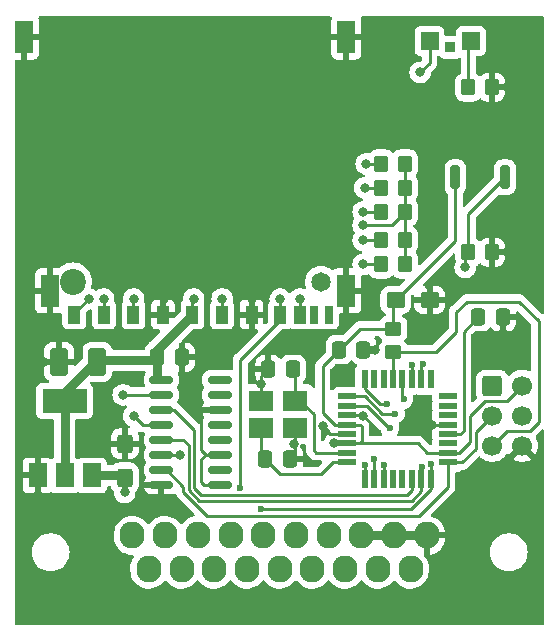
<source format=gbr>
%TF.GenerationSoftware,KiCad,Pcbnew,7.0.9*%
%TF.CreationDate,2023-12-04T13:48:35-06:00*%
%TF.ProjectId,smartportsd-smd,736d6172-7470-46f7-9274-73642d736d64,rev?*%
%TF.SameCoordinates,Original*%
%TF.FileFunction,Copper,L1,Top*%
%TF.FilePolarity,Positive*%
%FSLAX46Y46*%
G04 Gerber Fmt 4.6, Leading zero omitted, Abs format (unit mm)*
G04 Created by KiCad (PCBNEW 7.0.9) date 2023-12-04 13:48:35*
%MOMM*%
%LPD*%
G01*
G04 APERTURE LIST*
G04 Aperture macros list*
%AMRoundRect*
0 Rectangle with rounded corners*
0 $1 Rounding radius*
0 $2 $3 $4 $5 $6 $7 $8 $9 X,Y pos of 4 corners*
0 Add a 4 corners polygon primitive as box body*
4,1,4,$2,$3,$4,$5,$6,$7,$8,$9,$2,$3,0*
0 Add four circle primitives for the rounded corners*
1,1,$1+$1,$2,$3*
1,1,$1+$1,$4,$5*
1,1,$1+$1,$6,$7*
1,1,$1+$1,$8,$9*
0 Add four rect primitives between the rounded corners*
20,1,$1+$1,$2,$3,$4,$5,0*
20,1,$1+$1,$4,$5,$6,$7,0*
20,1,$1+$1,$6,$7,$8,$9,0*
20,1,$1+$1,$8,$9,$2,$3,0*%
G04 Aperture macros list end*
%TA.AperFunction,SMDPad,CuDef*%
%ADD10R,1.600000X0.550000*%
%TD*%
%TA.AperFunction,SMDPad,CuDef*%
%ADD11R,0.550000X1.600000*%
%TD*%
%TA.AperFunction,SMDPad,CuDef*%
%ADD12RoundRect,0.250000X0.425000X-0.537500X0.425000X0.537500X-0.425000X0.537500X-0.425000X-0.537500X0*%
%TD*%
%TA.AperFunction,SMDPad,CuDef*%
%ADD13RoundRect,0.250000X0.350000X0.450000X-0.350000X0.450000X-0.350000X-0.450000X0.350000X-0.450000X0*%
%TD*%
%TA.AperFunction,SMDPad,CuDef*%
%ADD14RoundRect,0.250000X0.337500X0.475000X-0.337500X0.475000X-0.337500X-0.475000X0.337500X-0.475000X0*%
%TD*%
%TA.AperFunction,SMDPad,CuDef*%
%ADD15RoundRect,0.250000X-0.350000X-0.450000X0.350000X-0.450000X0.350000X0.450000X-0.350000X0.450000X0*%
%TD*%
%TA.AperFunction,SMDPad,CuDef*%
%ADD16RoundRect,0.250000X-0.450000X0.350000X-0.450000X-0.350000X0.450000X-0.350000X0.450000X0.350000X0*%
%TD*%
%TA.AperFunction,SMDPad,CuDef*%
%ADD17RoundRect,0.200000X0.200000X0.800000X-0.200000X0.800000X-0.200000X-0.800000X0.200000X-0.800000X0*%
%TD*%
%TA.AperFunction,SMDPad,CuDef*%
%ADD18R,2.100000X1.800000*%
%TD*%
%TA.AperFunction,SMDPad,CuDef*%
%ADD19R,1.000000X1.500000*%
%TD*%
%TA.AperFunction,SMDPad,CuDef*%
%ADD20R,0.700000X1.500000*%
%TD*%
%TA.AperFunction,SMDPad,CuDef*%
%ADD21R,1.500000X2.800000*%
%TD*%
%TA.AperFunction,ComponentPad*%
%ADD22C,1.650000*%
%TD*%
%TA.AperFunction,ComponentPad*%
%ADD23C,2.200000*%
%TD*%
%TA.AperFunction,SMDPad,CuDef*%
%ADD24RoundRect,0.250000X-0.537500X-0.425000X0.537500X-0.425000X0.537500X0.425000X-0.537500X0.425000X0*%
%TD*%
%TA.AperFunction,ComponentPad*%
%ADD25RoundRect,0.250000X-0.600000X-0.600000X0.600000X-0.600000X0.600000X0.600000X-0.600000X0.600000X0*%
%TD*%
%TA.AperFunction,ComponentPad*%
%ADD26C,1.700000*%
%TD*%
%TA.AperFunction,SMDPad,CuDef*%
%ADD27R,1.500000X1.500000*%
%TD*%
%TA.AperFunction,SMDPad,CuDef*%
%ADD28R,0.900000X0.900000*%
%TD*%
%TA.AperFunction,SMDPad,CuDef*%
%ADD29RoundRect,0.250001X0.499999X0.924999X-0.499999X0.924999X-0.499999X-0.924999X0.499999X-0.924999X0*%
%TD*%
%TA.AperFunction,SMDPad,CuDef*%
%ADD30R,1.500000X2.000000*%
%TD*%
%TA.AperFunction,SMDPad,CuDef*%
%ADD31R,3.800000X2.000000*%
%TD*%
%TA.AperFunction,SMDPad,CuDef*%
%ADD32RoundRect,0.150000X-0.825000X-0.150000X0.825000X-0.150000X0.825000X0.150000X-0.825000X0.150000X0*%
%TD*%
%TA.AperFunction,ComponentPad*%
%ADD33O,2.100000X2.300000*%
%TD*%
%TA.AperFunction,ViaPad*%
%ADD34C,0.800000*%
%TD*%
%TA.AperFunction,ViaPad*%
%ADD35C,0.600000*%
%TD*%
%TA.AperFunction,Conductor*%
%ADD36C,0.250000*%
%TD*%
%TA.AperFunction,Conductor*%
%ADD37C,0.700000*%
%TD*%
%TA.AperFunction,Conductor*%
%ADD38C,0.800000*%
%TD*%
%TA.AperFunction,Conductor*%
%ADD39C,0.500000*%
%TD*%
%TA.AperFunction,Conductor*%
%ADD40C,0.400000*%
%TD*%
G04 APERTURE END LIST*
D10*
%TO.P,U1,1,PD3*%
%TO.N,/PD3_01*%
X162755000Y-115056000D03*
%TO.P,U1,2,PD4*%
%TO.N,/PD4_02*%
X162755000Y-115856000D03*
%TO.P,U1,3,GND*%
%TO.N,GND*%
X162755000Y-116656000D03*
%TO.P,U1,4,VCC*%
%TO.N,+5V*%
X162755000Y-117456000D03*
%TO.P,U1,5,GND*%
%TO.N,GND*%
X162755000Y-118256000D03*
%TO.P,U1,6,VCC*%
%TO.N,+5V*%
X162755000Y-119056000D03*
%TO.P,U1,7,XTAL1/PB6*%
%TO.N,Net-(U1-XTAL1{slash}PB6)*%
X162755000Y-119856000D03*
%TO.P,U1,8,XTAL2/PB7*%
%TO.N,Net-(U1-XTAL2{slash}PB7)*%
X162755000Y-120656000D03*
D11*
%TO.P,U1,9,PD5*%
%TO.N,/PD5_03*%
X164205000Y-122106000D03*
%TO.P,U1,10,PD6*%
%TO.N,/PD6_RD_DATA*%
X165005000Y-122106000D03*
%TO.P,U1,11,PD7*%
%TO.N,/PD7_WR_DATA*%
X165805000Y-122106000D03*
%TO.P,U1,12,PB0*%
%TO.N,unconnected-(U1-PB0-Pad12)*%
X166605000Y-122106000D03*
%TO.P,U1,13,PB1*%
%TO.N,unconnected-(U1-PB1-Pad13)*%
X167405000Y-122106000D03*
%TO.P,U1,14,PB2*%
%TO.N,/CS_D10*%
X168205000Y-122106000D03*
%TO.P,U1,15,PB3*%
%TO.N,/MOSI_D11*%
X169005000Y-122106000D03*
%TO.P,U1,16,PB4*%
%TO.N,/MISO_D12*%
X169805000Y-122106000D03*
D10*
%TO.P,U1,17,PB5*%
%TO.N,/SCK_D13*%
X171255000Y-120656000D03*
%TO.P,U1,18,AVCC*%
%TO.N,+5V*%
X171255000Y-119856000D03*
%TO.P,U1,19,ADC6*%
%TO.N,unconnected-(U1-ADC6-Pad19)*%
X171255000Y-119056000D03*
%TO.P,U1,20,AREF*%
%TO.N,Net-(U1-AREF)*%
X171255000Y-118256000D03*
%TO.P,U1,21,GND*%
%TO.N,GND*%
X171255000Y-117456000D03*
%TO.P,U1,22,ADC7*%
%TO.N,unconnected-(U1-ADC7-Pad22)*%
X171255000Y-116656000D03*
%TO.P,U1,23,PC0*%
%TO.N,unconnected-(U1-PC0-Pad23)*%
X171255000Y-115856000D03*
%TO.P,U1,24,PC1*%
%TO.N,unconnected-(U1-PC1-Pad24)*%
X171255000Y-115056000D03*
D11*
%TO.P,U1,25,PC2*%
%TO.N,unconnected-(U1-PC2-Pad25)*%
X169805000Y-113606000D03*
%TO.P,U1,26,PC3*%
%TO.N,/PA3_EJECT_BUTTON*%
X169005000Y-113606000D03*
%TO.P,U1,27,PC4*%
%TO.N,/PA4_STATUS_LED*%
X168205000Y-113606000D03*
%TO.P,U1,28,PC5*%
%TO.N,/PA5_WR_PROT*%
X167405000Y-113606000D03*
%TO.P,U1,29,~{RESET}/PC6*%
%TO.N,/RESET*%
X166605000Y-113606000D03*
%TO.P,U1,30,PD0*%
%TO.N,unconnected-(U1-PD0-Pad30)*%
X165805000Y-113606000D03*
%TO.P,U1,31,PD1*%
%TO.N,unconnected-(U1-PD1-Pad31)*%
X165005000Y-113606000D03*
%TO.P,U1,32,PD2*%
%TO.N,/PD2_00*%
X164205000Y-113606000D03*
%TD*%
D12*
%TO.P,C7,1*%
%TO.N,+5V*%
X143891000Y-121960500D03*
%TO.P,C7,2*%
%TO.N,GND*%
X143891000Y-119085500D03*
%TD*%
D13*
%TO.P,R6,1*%
%TO.N,+3.3V*%
X167624000Y-101854000D03*
%TO.P,R6,2*%
%TO.N,/MISO_D12*%
X165624000Y-101854000D03*
%TD*%
D14*
%TO.P,C6,1*%
%TO.N,GND*%
X148738500Y-111760000D03*
%TO.P,C6,2*%
%TO.N,+3.3V*%
X146663500Y-111760000D03*
%TD*%
D13*
%TO.P,R8,1*%
%TO.N,+3.3V*%
X167624000Y-95377000D03*
%TO.P,R8,2*%
%TO.N,Net-(J3-DAT2)*%
X165624000Y-95377000D03*
%TD*%
D14*
%TO.P,C2,1*%
%TO.N,Net-(U1-XTAL1{slash}PB6)*%
X158136500Y-112776000D03*
%TO.P,C2,2*%
%TO.N,GND*%
X156061500Y-112776000D03*
%TD*%
D15*
%TO.P,R3,1*%
%TO.N,Net-(D1-K)*%
X172990000Y-88900000D03*
%TO.P,R3,2*%
%TO.N,GND*%
X174990000Y-88900000D03*
%TD*%
D16*
%TO.P,R1,1*%
%TO.N,+5V*%
X166624000Y-109347000D03*
%TO.P,R1,2*%
%TO.N,/RESET*%
X166624000Y-111347000D03*
%TD*%
D17*
%TO.P,SW1,1,A*%
%TO.N,/PA3_EJECT_BUTTON*%
X176090000Y-96520000D03*
%TO.P,SW1,2,B*%
%TO.N,+5V*%
X171890000Y-96520000D03*
%TD*%
D18*
%TO.P,Y1,1,1*%
%TO.N,Net-(U1-XTAL2{slash}PB7)*%
X155395000Y-117736000D03*
%TO.P,Y1,2,2*%
%TO.N,GND*%
X158295000Y-117736000D03*
%TO.P,Y1,3,3*%
%TO.N,Net-(U1-XTAL1{slash}PB6)*%
X158295000Y-115436000D03*
%TO.P,Y1,4,4*%
%TO.N,GND*%
X155395000Y-115436000D03*
%TD*%
D13*
%TO.P,R5,1*%
%TO.N,+3.3V*%
X167624000Y-99441000D03*
%TO.P,R5,2*%
%TO.N,Net-(J3-CMD{slash}DI)*%
X165624000Y-99441000D03*
%TD*%
D19*
%TO.P,J3,1,DAT3/CS*%
%TO.N,Net-(J3-DAT3{slash}CS)*%
X142131000Y-108146000D03*
%TO.P,J3,2,CMD/DI*%
%TO.N,Net-(J3-CMD{slash}DI)*%
X144631000Y-108146000D03*
%TO.P,J3,3,GND*%
%TO.N,GND*%
X147131000Y-108146000D03*
%TO.P,J3,4,VCC*%
%TO.N,+3.3V*%
X149631000Y-108146000D03*
%TO.P,J3,5,CLK/SCLK*%
%TO.N,Net-(J3-CLK{slash}SCLK)*%
X152131000Y-108146000D03*
%TO.P,J3,6,GND*%
%TO.N,GND*%
X154631000Y-108146000D03*
%TO.P,J3,7,DAT0/DO*%
%TO.N,/MISO_D12*%
X157061000Y-108146000D03*
%TO.P,J3,8,DAT1*%
%TO.N,Net-(J3-DAT1)*%
X158761000Y-108146000D03*
%TO.P,J3,9,DAT2*%
%TO.N,Net-(J3-DAT2)*%
X139631000Y-108146000D03*
D20*
%TO.P,J3,10,CARD_DETECT*%
%TO.N,unconnected-(J3-CARD_DETECT-Pad10)*%
X159961000Y-108146000D03*
%TO.P,J3,11,WRITE_PROTECTION*%
%TO.N,unconnected-(J3-WRITE_PROTECTION-Pad11)*%
X161161000Y-108146000D03*
D21*
%TO.P,J3,12,SHELL_GND*%
%TO.N,GND*%
X162656000Y-84646000D03*
%TO.P,J3,13,SHELL_GND*%
X135356000Y-84646000D03*
%TO.P,J3,14,SHELL_GND*%
X162656000Y-106146000D03*
%TO.P,J3,15,SHELL_GND*%
X137556000Y-106146000D03*
D22*
%TO.P,J3,16*%
%TO.N,N/C*%
X160506000Y-105346000D03*
D23*
%TO.P,J3,17*%
X139506000Y-105346000D03*
%TD*%
D24*
%TO.P,C5,1*%
%TO.N,+5V*%
X166837500Y-106934000D03*
%TO.P,C5,2*%
%TO.N,GND*%
X169712500Y-106934000D03*
%TD*%
D25*
%TO.P,J2,1,Pin_1*%
%TO.N,/MISO_D12*%
X175006000Y-114173000D03*
D26*
%TO.P,J2,2,Pin_2*%
%TO.N,+5V*%
X177546000Y-114173000D03*
%TO.P,J2,3,Pin_3*%
%TO.N,/SCK_D13*%
X175006000Y-116713000D03*
%TO.P,J2,4,Pin_4*%
%TO.N,/MOSI_D11*%
X177546000Y-116713000D03*
%TO.P,J2,5,Pin_5*%
%TO.N,/RESET*%
X175006000Y-119253000D03*
%TO.P,J2,6,Pin_6*%
%TO.N,GND*%
X177546000Y-119253000D03*
%TD*%
D13*
%TO.P,R4,1*%
%TO.N,+3.3V*%
X167624000Y-97409000D03*
%TO.P,R4,2*%
%TO.N,Net-(J3-DAT3{slash}CS)*%
X165624000Y-97409000D03*
%TD*%
D27*
%TO.P,D1,2,A*%
%TO.N,/PA4_STATUS_LED*%
X169700000Y-84970502D03*
%TO.P,D1,1,K*%
%TO.N,Net-(D1-K)*%
X173200000Y-84970502D03*
D28*
%TO.P,D1,*%
%TO.N,*%
X171450000Y-85520502D03*
%TD*%
D29*
%TO.P,C8,1*%
%TO.N,+3.3V*%
X141579000Y-112141000D03*
%TO.P,C8,2*%
%TO.N,GND*%
X138329000Y-112141000D03*
%TD*%
D14*
%TO.P,C1,1*%
%TO.N,GND*%
X175916500Y-108331000D03*
%TO.P,C1,2*%
%TO.N,Net-(U1-AREF)*%
X173841500Y-108331000D03*
%TD*%
D13*
%TO.P,R7,1*%
%TO.N,+3.3V*%
X167624000Y-103886000D03*
%TO.P,R7,2*%
%TO.N,Net-(J3-DAT1)*%
X165624000Y-103886000D03*
%TD*%
D15*
%TO.P,R2,1*%
%TO.N,/PA3_EJECT_BUTTON*%
X172990000Y-102870000D03*
%TO.P,R2,2*%
%TO.N,GND*%
X174990000Y-102870000D03*
%TD*%
D14*
%TO.P,C3,1*%
%TO.N,GND*%
X157882500Y-120396000D03*
%TO.P,C3,2*%
%TO.N,Net-(U1-XTAL2{slash}PB7)*%
X155807500Y-120396000D03*
%TD*%
%TO.P,C4,1*%
%TO.N,GND*%
X164105500Y-111125000D03*
%TO.P,C4,2*%
%TO.N,+5V*%
X162030500Y-111125000D03*
%TD*%
D30*
%TO.P,U3,1,GND*%
%TO.N,GND*%
X136511000Y-121768000D03*
%TO.P,U3,2,VO*%
%TO.N,+3.3V*%
X138811000Y-121768000D03*
D31*
X138811000Y-115468000D03*
D30*
%TO.P,U3,3,VI*%
%TO.N,+5V*%
X141111000Y-121768000D03*
%TD*%
D32*
%TO.P,U2,1,VCC*%
%TO.N,+3.3V*%
X147004000Y-113665000D03*
%TO.P,U2,2*%
%TO.N,Net-(J3-DAT3{slash}CS)*%
X147004000Y-114935000D03*
%TO.P,U2,3*%
%TO.N,/CS_D10*%
X147004000Y-116205000D03*
%TO.P,U2,4*%
%TO.N,Net-(J3-CMD{slash}DI)*%
X147004000Y-117475000D03*
%TO.P,U2,5*%
%TO.N,/MOSI_D11*%
X147004000Y-118745000D03*
%TO.P,U2,6*%
%TO.N,Net-(J3-CLK{slash}SCLK)*%
X147004000Y-120015000D03*
%TO.P,U2,7*%
%TO.N,/SCK_D13*%
X147004000Y-121285000D03*
%TO.P,U2,8,VSS*%
%TO.N,GND*%
X147004000Y-122555000D03*
%TO.P,U2,9*%
X151954000Y-122555000D03*
%TO.P,U2,10*%
%TO.N,unconnected-(U2-Pad10)*%
X151954000Y-121285000D03*
%TO.P,U2,11*%
%TO.N,GND*%
X151954000Y-120015000D03*
%TO.P,U2,12*%
%TO.N,unconnected-(U2-Pad12)*%
X151954000Y-118745000D03*
%TO.P,U2,13*%
%TO.N,N/C*%
X151954000Y-117475000D03*
%TO.P,U2,14*%
%TO.N,GND*%
X151954000Y-116205000D03*
%TO.P,U2,15*%
%TO.N,unconnected-(U2-Pad15)*%
X151954000Y-114935000D03*
%TO.P,U2,16*%
%TO.N,N/C*%
X151954000Y-113665000D03*
%TD*%
D33*
%TO.P,J1,1,1*%
%TO.N,GND*%
X169477200Y-126850000D03*
%TO.P,J1,2,2*%
X166707200Y-126850000D03*
%TO.P,J1,3,3*%
X163937200Y-126850000D03*
%TO.P,J1,4,4*%
%TO.N,unconnected-(J1-Pad4)*%
X161167200Y-126850000D03*
%TO.P,J1,5,5*%
%TO.N,unconnected-(J1-Pad5)*%
X158397200Y-126850000D03*
%TO.P,J1,6,6*%
%TO.N,+5V*%
X155627200Y-126850000D03*
%TO.P,J1,7,7*%
%TO.N,unconnected-(J1-Pad7)*%
X152857200Y-126850000D03*
%TO.P,J1,8,8*%
%TO.N,unconnected-(J1-Pad8)*%
X150087200Y-126850000D03*
%TO.P,J1,9,9*%
%TO.N,unconnected-(J1-Pad9)*%
X147317200Y-126850000D03*
%TO.P,J1,10,10*%
%TO.N,/PA5_WR_PROT*%
X144547200Y-126850000D03*
%TO.P,J1,11,P11*%
%TO.N,/PD2_00*%
X168092200Y-129690000D03*
%TO.P,J1,12,P12*%
%TO.N,/PD3_01*%
X165322200Y-129690000D03*
%TO.P,J1,13,P13*%
%TO.N,/PD4_02*%
X162552200Y-129690000D03*
%TO.P,J1,14,P14*%
%TO.N,/PD5_03*%
X159782200Y-129690000D03*
%TO.P,J1,15,P15*%
%TO.N,unconnected-(J1-P15-Pad15)*%
X157012200Y-129690000D03*
%TO.P,J1,16,P16*%
%TO.N,unconnected-(J1-P16-Pad16)*%
X154242200Y-129690000D03*
%TO.P,J1,17,P17*%
%TO.N,unconnected-(J1-P17-Pad17)*%
X151472200Y-129690000D03*
%TO.P,J1,18,P18*%
%TO.N,/PD6_RD_DATA*%
X148702200Y-129690000D03*
%TO.P,J1,19,P19*%
%TO.N,/PD7_WR_DATA*%
X145932200Y-129690000D03*
%TD*%
D34*
%TO.N,GND*%
X139319000Y-101854000D03*
X164084000Y-116713000D03*
X147193000Y-106807000D03*
X172593000Y-128397000D03*
X141478000Y-117602000D03*
X136017000Y-118618000D03*
X137033000Y-112141000D03*
X142240000Y-115824000D03*
X137287000Y-118618000D03*
X141478000Y-118618000D03*
X155448000Y-114046000D03*
X176276000Y-88900000D03*
X176276000Y-102870000D03*
X165100000Y-111125000D03*
X141478000Y-119634000D03*
X169926000Y-117475000D03*
X172085000Y-129794000D03*
X136525000Y-123444000D03*
X175895000Y-109728000D03*
X172339000Y-125349000D03*
X160655000Y-117602000D03*
X149098000Y-92202000D03*
X136017000Y-117602000D03*
X140335000Y-117602000D03*
X137287000Y-117602000D03*
X140335000Y-119634000D03*
X159639000Y-84709000D03*
X154686000Y-106807000D03*
X169672000Y-105664000D03*
X172466000Y-126873000D03*
X152146000Y-112268000D03*
X162560000Y-113411000D03*
X171323000Y-124460000D03*
X138938000Y-84836000D03*
X136017000Y-119634000D03*
X137287000Y-119634000D03*
X158242000Y-119126000D03*
X140335000Y-118618000D03*
%TO.N,/PA4_STATUS_LED*%
X168910000Y-87630000D03*
D35*
X168224556Y-112396762D03*
D34*
%TO.N,+5V*%
X161643986Y-119043516D03*
X143891000Y-123190000D03*
D35*
%TO.N,/PA5_WR_PROT*%
X167513000Y-115316000D03*
D34*
%TO.N,Net-(J3-DAT3{slash}CS)*%
X143764000Y-114935000D03*
X142113000Y-106807000D03*
X164211000Y-97409000D03*
%TO.N,Net-(J3-CMD{slash}DI)*%
X144653000Y-106807000D03*
X164084000Y-99441000D03*
X144653000Y-116713000D03*
%TO.N,+3.3V*%
X164084000Y-100584000D03*
X149733000Y-106807000D03*
D35*
%TO.N,/PD2_00*%
X166116000Y-115697000D03*
D34*
%TO.N,Net-(J3-CLK{slash}SCLK)*%
X148590000Y-120015000D03*
X152146000Y-106807000D03*
D35*
%TO.N,/MISO_D12*%
X153670000Y-122809000D03*
X155448000Y-124595500D03*
D34*
X164084000Y-101854000D03*
D35*
X169805000Y-120764500D03*
D34*
X157061000Y-106845000D03*
%TO.N,Net-(J3-DAT1)*%
X158750000Y-106807000D03*
X164084000Y-103886000D03*
%TO.N,Net-(J3-DAT2)*%
X140843000Y-106807000D03*
X164338000Y-95377000D03*
D35*
%TO.N,/PD3_01*%
X166811500Y-116525500D03*
%TO.N,/PD4_02*%
X166336500Y-117729000D03*
%TO.N,/PD5_03*%
X164211000Y-120904000D03*
%TO.N,/MOSI_D11*%
X169037000Y-121031000D03*
%TO.N,/PD6_RD_DATA*%
X164973000Y-120396000D03*
%TO.N,/PD7_WR_DATA*%
X165862000Y-120904000D03*
%TO.N,/PA3_EJECT_BUTTON*%
X169189400Y-112344200D03*
D34*
X172720000Y-104140000D03*
%TD*%
D36*
%TO.N,/PA3_EJECT_BUTTON*%
X169189400Y-112344200D02*
X169005000Y-112528600D01*
X169005000Y-112528600D02*
X169005000Y-113606000D01*
%TO.N,/SCK_D13*%
X171255000Y-122750000D02*
X171255000Y-120656000D01*
X168783000Y-125222000D02*
X171255000Y-122750000D01*
X148865000Y-123204604D02*
X150882396Y-125222000D01*
X150882396Y-125222000D02*
X168783000Y-125222000D01*
X147447000Y-121285000D02*
X148865000Y-122703000D01*
X148865000Y-122703000D02*
X148865000Y-123204604D01*
%TO.N,/MOSI_D11*%
X168206000Y-123894000D02*
X169005000Y-123095000D01*
X169005000Y-123095000D02*
X169005000Y-122106000D01*
X149315000Y-123018208D02*
X150190792Y-123894000D01*
X148844000Y-118745000D02*
X149315000Y-119216000D01*
X149315000Y-119216000D02*
X149315000Y-123018208D01*
X150190792Y-123894000D02*
X168206000Y-123894000D01*
X147004000Y-118745000D02*
X148844000Y-118745000D01*
%TO.N,/CS_D10*%
X148082000Y-116205000D02*
X147004000Y-116205000D01*
X149765000Y-117888000D02*
X148082000Y-116205000D01*
X167792000Y-123444000D02*
X150377188Y-123444000D01*
X168205000Y-123031000D02*
X167792000Y-123444000D01*
X150377188Y-123444000D02*
X149765000Y-122831812D01*
X149765000Y-122831812D02*
X149765000Y-117888000D01*
X168205000Y-122106000D02*
X168205000Y-123031000D01*
%TO.N,/PD4_02*%
X166255208Y-117729000D02*
X164382208Y-115856000D01*
X166336500Y-117729000D02*
X166255208Y-117729000D01*
X164382208Y-115856000D02*
X162755000Y-115856000D01*
%TO.N,/PA4_STATUS_LED*%
X168205000Y-112416318D02*
X168205000Y-113606000D01*
X168224556Y-112396762D02*
X168205000Y-112416318D01*
%TO.N,Net-(D1-K)*%
X172990000Y-84665000D02*
X172990000Y-88900000D01*
X173200000Y-84455000D02*
X172990000Y-84665000D01*
%TO.N,/PA4_STATUS_LED*%
X169700000Y-86840000D02*
X169700000Y-84455000D01*
X168910000Y-87630000D02*
X169700000Y-86840000D01*
%TO.N,GND*%
X150749000Y-120015000D02*
X150368000Y-119634000D01*
X161309000Y-118256000D02*
X162755000Y-118256000D01*
X150368000Y-120396000D02*
X150749000Y-120015000D01*
X150495000Y-116205000D02*
X151954000Y-116205000D01*
X155395000Y-113442500D02*
X155395000Y-115436000D01*
X150749000Y-120015000D02*
X151954000Y-120015000D01*
X162755000Y-116656000D02*
X164027000Y-116656000D01*
X160655000Y-117602000D02*
X161309000Y-118256000D01*
X150368000Y-116332000D02*
X150495000Y-116205000D01*
X164027000Y-116656000D02*
X164084000Y-116713000D01*
D37*
X165100000Y-111125000D02*
X164105500Y-111125000D01*
D36*
X150368000Y-119634000D02*
X150368000Y-116332000D01*
X156061500Y-112776000D02*
X155395000Y-113442500D01*
X158295000Y-117736000D02*
X158295000Y-119983500D01*
D38*
X163937200Y-126850000D02*
X169477200Y-126850000D01*
D36*
X169926000Y-117475000D02*
X171236000Y-117475000D01*
X150368000Y-122301000D02*
X150368000Y-120396000D01*
X150622000Y-122555000D02*
X150368000Y-122301000D01*
X151954000Y-122555000D02*
X150622000Y-122555000D01*
%TO.N,Net-(U1-AREF)*%
X172305000Y-118256000D02*
X172593000Y-117968000D01*
X172593000Y-117968000D02*
X172593000Y-109579500D01*
X171255000Y-118256000D02*
X172305000Y-118256000D01*
X172593000Y-109579500D02*
X173841500Y-108331000D01*
%TO.N,+5V*%
X174371000Y-115443000D02*
X176276000Y-115443000D01*
D39*
X143891000Y-123190000D02*
X143891000Y-121960500D01*
D36*
X171255000Y-119856000D02*
X172180000Y-119856000D01*
X171890000Y-101881500D02*
X171890000Y-96520000D01*
X163808500Y-109347000D02*
X162030500Y-111125000D01*
X166624000Y-109347000D02*
X163808500Y-109347000D01*
X173101000Y-116713000D02*
X174371000Y-115443000D01*
X163805000Y-117456000D02*
X163957000Y-117608000D01*
D40*
X161643986Y-119043516D02*
X161688502Y-118999000D01*
D36*
X161690000Y-117456000D02*
X161671000Y-117475000D01*
D38*
X143698500Y-121768000D02*
X141111000Y-121768000D01*
D36*
X168713000Y-119056000D02*
X169513000Y-119856000D01*
X169513000Y-119856000D02*
X171255000Y-119856000D01*
X160655000Y-116459000D02*
X160655000Y-112500500D01*
X162755000Y-117456000D02*
X161690000Y-117456000D01*
X172180000Y-119856000D02*
X173101000Y-118935000D01*
X162755000Y-119056000D02*
X168713000Y-119056000D01*
D40*
X161688502Y-118999000D02*
X162698000Y-118999000D01*
D36*
X166624000Y-107147500D02*
X166837500Y-106934000D01*
X163957000Y-118872000D02*
X163773000Y-119056000D01*
X173101000Y-118935000D02*
X173101000Y-116713000D01*
X161671000Y-117475000D02*
X160655000Y-116459000D01*
X163957000Y-117608000D02*
X163957000Y-118872000D01*
X160655000Y-112500500D02*
X162030500Y-111125000D01*
X163773000Y-119056000D02*
X162755000Y-119056000D01*
X176276000Y-115443000D02*
X177546000Y-114173000D01*
X162755000Y-117456000D02*
X163805000Y-117456000D01*
X166624000Y-109347000D02*
X166624000Y-107147500D01*
X166837500Y-106934000D02*
X171890000Y-101881500D01*
%TO.N,Net-(U1-XTAL1{slash}PB6)*%
X162755000Y-119856000D02*
X160115000Y-119856000D01*
X160115000Y-119856000D02*
X159893000Y-119634000D01*
X159893000Y-119634000D02*
X159893000Y-116586000D01*
X158295000Y-112934500D02*
X158295000Y-115436000D01*
X159893000Y-116586000D02*
X158743000Y-115436000D01*
%TO.N,Net-(U1-XTAL2{slash}PB7)*%
X155395000Y-119983500D02*
X155395000Y-117736000D01*
X162755000Y-120656000D02*
X161544000Y-120656000D01*
X160534000Y-121666000D02*
X157077500Y-121666000D01*
X157077500Y-121666000D02*
X155807500Y-120396000D01*
X161544000Y-120656000D02*
X160534000Y-121666000D01*
%TO.N,/PA5_WR_PROT*%
X167405000Y-113606000D02*
X167405000Y-115208000D01*
X167405000Y-115208000D02*
X167513000Y-115316000D01*
%TO.N,Net-(J3-DAT3{slash}CS)*%
X164211000Y-97409000D02*
X165624000Y-97409000D01*
X142131000Y-108146000D02*
X142131000Y-106825000D01*
X142131000Y-106825000D02*
X142113000Y-106807000D01*
X143764000Y-114935000D02*
X147004000Y-114935000D01*
%TO.N,Net-(J3-CMD{slash}DI)*%
X164084000Y-99441000D02*
X165624000Y-99441000D01*
X144653000Y-116713000D02*
X145415000Y-117475000D01*
X144631000Y-108146000D02*
X144631000Y-106829000D01*
X145415000Y-117475000D02*
X147004000Y-117475000D01*
X144631000Y-106829000D02*
X144653000Y-106807000D01*
D38*
%TO.N,+3.3V*%
X138811000Y-114721500D02*
X141391500Y-112141000D01*
X146663500Y-111760000D02*
X146663500Y-113324500D01*
D36*
X167624000Y-95758000D02*
X167624000Y-103886000D01*
D38*
X138811000Y-121768000D02*
X138811000Y-115468000D01*
D36*
X146663500Y-113324500D02*
X147004000Y-113665000D01*
D38*
X146663500Y-111113500D02*
X149631000Y-108146000D01*
D36*
X149631000Y-108146000D02*
X149631000Y-106909000D01*
X164084000Y-100584000D02*
X166481000Y-100584000D01*
D38*
X146409500Y-112014000D02*
X146663500Y-111760000D01*
X146663500Y-111760000D02*
X146663500Y-111113500D01*
X141518500Y-112014000D02*
X146409500Y-112014000D01*
D36*
X166481000Y-100584000D02*
X167624000Y-99441000D01*
X149631000Y-106909000D02*
X149733000Y-106807000D01*
%TO.N,/PD2_00*%
X164205000Y-114406000D02*
X164205000Y-113606000D01*
X165496000Y-115697000D02*
X164205000Y-114406000D01*
X166116000Y-115697000D02*
X165496000Y-115697000D01*
%TO.N,Net-(J3-CLK{slash}SCLK)*%
X148590000Y-120015000D02*
X147004000Y-120015000D01*
X152131000Y-108146000D02*
X152131000Y-106822000D01*
X152131000Y-106822000D02*
X152146000Y-106807000D01*
%TO.N,/MISO_D12*%
X164084000Y-101854000D02*
X165624000Y-101854000D01*
X168140896Y-124595500D02*
X169805000Y-122931396D01*
X169805000Y-120764500D02*
X169799000Y-120758500D01*
X155448000Y-124595500D02*
X168140896Y-124595500D01*
X157061000Y-108146000D02*
X157061000Y-106845000D01*
X169805000Y-122106000D02*
X169805000Y-120764500D01*
X157099000Y-106807000D02*
X157061000Y-106845000D01*
X153670000Y-120904000D02*
X153670000Y-122809000D01*
X153670000Y-112014000D02*
X153670000Y-120904000D01*
X157061000Y-108623000D02*
X153670000Y-112014000D01*
X169805000Y-122931396D02*
X169805000Y-122106000D01*
%TO.N,Net-(J3-DAT1)*%
X158761000Y-106818000D02*
X158750000Y-106807000D01*
X164084000Y-103886000D02*
X165624000Y-103886000D01*
X158761000Y-108146000D02*
X158761000Y-106818000D01*
%TO.N,Net-(J3-DAT2)*%
X139631000Y-108019000D02*
X140843000Y-106807000D01*
X164338000Y-95377000D02*
X165624000Y-95377000D01*
%TO.N,/PD3_01*%
X165688104Y-116525500D02*
X166811500Y-116525500D01*
X164218604Y-115056000D02*
X165688104Y-116525500D01*
X162755000Y-115056000D02*
X164218604Y-115056000D01*
%TO.N,/PD5_03*%
X164211000Y-122100000D02*
X164205000Y-122106000D01*
X164211000Y-120904000D02*
X164211000Y-122100000D01*
%TO.N,/MOSI_D11*%
X169005000Y-122106000D02*
X169005000Y-121063000D01*
X169005000Y-121063000D02*
X169037000Y-121031000D01*
%TO.N,/SCK_D13*%
X173609000Y-118110000D02*
X173609000Y-119507000D01*
X172460000Y-120656000D02*
X171255000Y-120656000D01*
X173609000Y-119507000D02*
X172460000Y-120656000D01*
X175006000Y-116713000D02*
X173609000Y-118110000D01*
%TO.N,/PD6_RD_DATA*%
X165005000Y-122106000D02*
X165005000Y-120428000D01*
X165005000Y-120428000D02*
X164973000Y-120396000D01*
%TO.N,/PD7_WR_DATA*%
X165805000Y-122106000D02*
X165805000Y-120961000D01*
X165805000Y-120961000D02*
X165862000Y-120904000D01*
%TO.N,/PA3_EJECT_BUTTON*%
X172720000Y-104140000D02*
X172720000Y-103140000D01*
X172990000Y-102870000D02*
X172990000Y-99620000D01*
X172720000Y-103140000D02*
X172990000Y-102870000D01*
X172990000Y-99620000D02*
X176090000Y-96520000D01*
%TO.N,/RESET*%
X166605000Y-113606000D02*
X166605000Y-111471000D01*
X178213000Y-117983000D02*
X176276000Y-117983000D01*
X166624000Y-111347000D02*
X170212000Y-111347000D01*
X176276000Y-117983000D02*
X175006000Y-119253000D01*
X172847000Y-107061000D02*
X177292000Y-107061000D01*
X171958000Y-107950000D02*
X172847000Y-107061000D01*
X170212000Y-111347000D02*
X171958000Y-109601000D01*
X177292000Y-107061000D02*
X178943000Y-108712000D01*
X178943000Y-117253000D02*
X178213000Y-117983000D01*
X171958000Y-109601000D02*
X171958000Y-107950000D01*
X178943000Y-108712000D02*
X178943000Y-117253000D01*
%TD*%
%TA.AperFunction,Conductor*%
%TO.N,GND*%
G36*
X161379327Y-82920502D02*
G01*
X161425820Y-82974158D01*
X161435924Y-83044432D01*
X161429262Y-83070533D01*
X161404505Y-83136907D01*
X161398000Y-83197402D01*
X161398000Y-84392000D01*
X163914000Y-84392000D01*
X163914000Y-83197414D01*
X163913999Y-83197402D01*
X163907494Y-83136907D01*
X163882738Y-83070533D01*
X163877673Y-82999717D01*
X163911698Y-82937405D01*
X163974010Y-82903380D01*
X164000794Y-82900500D01*
X179287500Y-82900500D01*
X179355621Y-82920502D01*
X179402114Y-82974158D01*
X179413500Y-83026500D01*
X179413500Y-107982405D01*
X179393498Y-108050526D01*
X179339842Y-108097019D01*
X179269568Y-108107123D01*
X179204988Y-108077629D01*
X179198405Y-108071500D01*
X177799244Y-106672339D01*
X177789279Y-106659901D01*
X177789052Y-106660090D01*
X177784001Y-106653984D01*
X177784000Y-106653982D01*
X177732920Y-106606015D01*
X177722430Y-106595525D01*
X177711777Y-106584871D01*
X177711772Y-106584866D01*
X177706225Y-106580563D01*
X177701717Y-106576712D01*
X177667325Y-106544417D01*
X177667319Y-106544413D01*
X177649563Y-106534651D01*
X177633047Y-106523802D01*
X177617041Y-106511386D01*
X177583796Y-106497000D01*
X177573740Y-106492648D01*
X177568408Y-106490036D01*
X177527061Y-106467305D01*
X177507436Y-106462266D01*
X177488736Y-106455864D01*
X177470145Y-106447819D01*
X177470143Y-106447818D01*
X177470142Y-106447818D01*
X177423542Y-106440437D01*
X177417729Y-106439233D01*
X177372030Y-106427500D01*
X177351776Y-106427500D01*
X177332066Y-106425949D01*
X177312057Y-106422780D01*
X177312056Y-106422780D01*
X177265083Y-106427220D01*
X177259150Y-106427500D01*
X172930853Y-106427500D01*
X172915011Y-106425750D01*
X172914984Y-106426044D01*
X172907091Y-106425297D01*
X172837028Y-106427500D01*
X172807144Y-106427500D01*
X172807140Y-106427500D01*
X172807129Y-106427501D01*
X172800190Y-106428377D01*
X172794277Y-106428843D01*
X172747114Y-106430325D01*
X172747107Y-106430327D01*
X172727649Y-106435979D01*
X172708304Y-106439985D01*
X172688206Y-106442525D01*
X172688197Y-106442527D01*
X172644331Y-106459894D01*
X172638716Y-106461817D01*
X172593408Y-106474981D01*
X172580281Y-106482744D01*
X172576235Y-106485137D01*
X172575964Y-106485297D01*
X172558218Y-106493990D01*
X172539382Y-106501448D01*
X172501209Y-106529181D01*
X172496248Y-106532440D01*
X172455638Y-106556458D01*
X172441311Y-106570784D01*
X172426285Y-106583617D01*
X172409895Y-106595525D01*
X172409893Y-106595527D01*
X172379808Y-106631892D01*
X172375812Y-106636283D01*
X171569340Y-107442754D01*
X171556903Y-107452719D01*
X171557091Y-107452946D01*
X171550982Y-107457999D01*
X171503015Y-107509079D01*
X171481866Y-107530227D01*
X171477560Y-107535777D01*
X171473714Y-107540279D01*
X171441417Y-107574674D01*
X171441411Y-107574683D01*
X171431651Y-107592435D01*
X171420803Y-107608950D01*
X171408386Y-107624958D01*
X171389645Y-107668264D01*
X171387034Y-107673594D01*
X171364305Y-107714939D01*
X171364303Y-107714944D01*
X171359267Y-107734559D01*
X171352864Y-107753262D01*
X171344819Y-107771852D01*
X171337437Y-107818456D01*
X171336233Y-107824268D01*
X171324500Y-107869968D01*
X171324500Y-107890223D01*
X171322949Y-107909933D01*
X171319780Y-107929942D01*
X171319780Y-107929943D01*
X171324220Y-107976917D01*
X171324500Y-107982850D01*
X171324500Y-109286405D01*
X171304498Y-109354526D01*
X171287595Y-109375500D01*
X169986500Y-110676595D01*
X169924188Y-110710621D01*
X169897405Y-110713500D01*
X167860640Y-110713500D01*
X167792519Y-110693498D01*
X167753399Y-110653647D01*
X167750604Y-110649116D01*
X167673030Y-110523348D01*
X167673029Y-110523347D01*
X167673024Y-110523341D01*
X167585778Y-110436095D01*
X167551752Y-110373783D01*
X167556817Y-110302968D01*
X167585778Y-110257905D01*
X167673024Y-110170658D01*
X167673030Y-110170652D01*
X167766115Y-110019738D01*
X167821887Y-109851426D01*
X167832500Y-109747545D01*
X167832499Y-108946456D01*
X167832314Y-108944649D01*
X167821887Y-108842574D01*
X167813890Y-108818440D01*
X167766115Y-108674262D01*
X167673030Y-108523348D01*
X167673029Y-108523347D01*
X167673024Y-108523341D01*
X167547658Y-108397975D01*
X167547652Y-108397970D01*
X167546276Y-108397121D01*
X167456121Y-108341513D01*
X167408645Y-108288729D01*
X167397242Y-108218654D01*
X167425534Y-108153539D01*
X167484540Y-108114056D01*
X167509466Y-108108926D01*
X167529426Y-108106887D01*
X167697738Y-108051115D01*
X167848652Y-107958030D01*
X167974030Y-107832652D01*
X168067115Y-107681738D01*
X168122887Y-107513426D01*
X168133500Y-107409545D01*
X168133500Y-107188000D01*
X168417000Y-107188000D01*
X168417000Y-107409516D01*
X168427605Y-107513318D01*
X168427606Y-107513321D01*
X168483342Y-107681525D01*
X168576365Y-107832339D01*
X168576370Y-107832345D01*
X168701654Y-107957629D01*
X168701660Y-107957634D01*
X168852474Y-108050657D01*
X169020678Y-108106393D01*
X169020681Y-108106394D01*
X169124483Y-108116999D01*
X169124483Y-108117000D01*
X169458500Y-108117000D01*
X169458500Y-107188000D01*
X169966500Y-107188000D01*
X169966500Y-108117000D01*
X170300517Y-108117000D01*
X170300516Y-108116999D01*
X170404318Y-108106394D01*
X170404321Y-108106393D01*
X170572525Y-108050657D01*
X170723339Y-107957634D01*
X170723345Y-107957629D01*
X170848629Y-107832345D01*
X170848634Y-107832339D01*
X170941657Y-107681525D01*
X170997393Y-107513321D01*
X170997394Y-107513318D01*
X171007999Y-107409516D01*
X171008000Y-107409516D01*
X171008000Y-107188000D01*
X169966500Y-107188000D01*
X169458500Y-107188000D01*
X168417000Y-107188000D01*
X168133500Y-107188000D01*
X168133499Y-106586094D01*
X168153501Y-106517974D01*
X168170404Y-106497000D01*
X168201905Y-106465499D01*
X168264217Y-106431473D01*
X168335032Y-106436538D01*
X168391868Y-106479085D01*
X168416679Y-106545605D01*
X168417000Y-106554594D01*
X168417000Y-106680000D01*
X169458500Y-106680000D01*
X169458500Y-105751000D01*
X169966500Y-105751000D01*
X169966500Y-106680000D01*
X171008000Y-106680000D01*
X171008000Y-106458483D01*
X170997394Y-106354681D01*
X170997393Y-106354678D01*
X170941657Y-106186474D01*
X170848634Y-106035660D01*
X170848629Y-106035654D01*
X170723345Y-105910370D01*
X170723339Y-105910365D01*
X170572525Y-105817342D01*
X170404321Y-105761606D01*
X170404318Y-105761605D01*
X170300516Y-105751000D01*
X169966500Y-105751000D01*
X169458500Y-105751000D01*
X169220593Y-105751000D01*
X169152472Y-105730998D01*
X169105979Y-105677342D01*
X169095875Y-105607068D01*
X169125369Y-105542488D01*
X169131484Y-105535919D01*
X171666407Y-103000996D01*
X171728717Y-102966972D01*
X171799532Y-102972037D01*
X171856368Y-103014584D01*
X171881179Y-103081104D01*
X171881500Y-103090093D01*
X171881500Y-103370544D01*
X171892113Y-103474427D01*
X171892113Y-103474431D01*
X171933807Y-103600253D01*
X171936248Y-103671208D01*
X171923323Y-103702885D01*
X171885472Y-103768444D01*
X171885470Y-103768449D01*
X171826457Y-103950071D01*
X171806496Y-104140000D01*
X171826457Y-104329927D01*
X171838352Y-104366534D01*
X171885473Y-104511556D01*
X171885476Y-104511561D01*
X171980958Y-104676941D01*
X171980965Y-104676951D01*
X172108744Y-104818864D01*
X172169999Y-104863368D01*
X172263248Y-104931118D01*
X172437712Y-105008794D01*
X172624513Y-105048500D01*
X172815487Y-105048500D01*
X173002288Y-105008794D01*
X173176752Y-104931118D01*
X173331253Y-104818866D01*
X173339544Y-104809658D01*
X173459034Y-104676951D01*
X173459035Y-104676949D01*
X173459040Y-104676944D01*
X173554527Y-104511556D01*
X173613542Y-104329928D01*
X173633504Y-104140000D01*
X173630944Y-104115646D01*
X173643714Y-104045809D01*
X173690103Y-103995235D01*
X173813652Y-103919030D01*
X173846682Y-103886000D01*
X173901259Y-103831424D01*
X173963571Y-103797398D01*
X174034386Y-103802463D01*
X174079449Y-103831424D01*
X174166654Y-103918629D01*
X174166660Y-103918634D01*
X174317474Y-104011657D01*
X174485678Y-104067393D01*
X174485681Y-104067394D01*
X174589483Y-104077999D01*
X174589483Y-104078000D01*
X174736000Y-104078000D01*
X174736000Y-103124000D01*
X175244000Y-103124000D01*
X175244000Y-104078000D01*
X175390517Y-104078000D01*
X175390516Y-104077999D01*
X175494318Y-104067394D01*
X175494321Y-104067393D01*
X175662525Y-104011657D01*
X175813339Y-103918634D01*
X175813345Y-103918629D01*
X175938629Y-103793345D01*
X175938634Y-103793339D01*
X176031657Y-103642525D01*
X176087393Y-103474321D01*
X176087394Y-103474318D01*
X176097999Y-103370516D01*
X176098000Y-103370516D01*
X176098000Y-103124000D01*
X175244000Y-103124000D01*
X174736000Y-103124000D01*
X174736000Y-101662000D01*
X175244000Y-101662000D01*
X175244000Y-102616000D01*
X176098000Y-102616000D01*
X176098000Y-102369483D01*
X176087394Y-102265681D01*
X176087393Y-102265678D01*
X176031657Y-102097474D01*
X175938634Y-101946660D01*
X175938629Y-101946654D01*
X175813345Y-101821370D01*
X175813339Y-101821365D01*
X175662525Y-101728342D01*
X175494321Y-101672606D01*
X175494318Y-101672605D01*
X175390516Y-101662000D01*
X175244000Y-101662000D01*
X174736000Y-101662000D01*
X174589483Y-101662000D01*
X174485681Y-101672605D01*
X174485678Y-101672606D01*
X174317474Y-101728342D01*
X174166660Y-101821365D01*
X174166654Y-101821370D01*
X174079449Y-101908576D01*
X174017137Y-101942602D01*
X173946322Y-101937537D01*
X173901259Y-101908576D01*
X173813658Y-101820975D01*
X173813652Y-101820970D01*
X173683351Y-101740599D01*
X173635875Y-101687815D01*
X173623500Y-101633360D01*
X173623500Y-99934594D01*
X173643502Y-99866473D01*
X173660405Y-99845499D01*
X174565449Y-98940455D01*
X175495950Y-98009953D01*
X175558260Y-97975930D01*
X175622527Y-97978755D01*
X175695411Y-98001465D01*
X175761351Y-98022013D01*
X175832735Y-98028500D01*
X176347264Y-98028499D01*
X176418649Y-98022013D01*
X176582913Y-97970827D01*
X176730155Y-97881816D01*
X176851816Y-97760155D01*
X176940827Y-97612913D01*
X176992013Y-97448649D01*
X176998500Y-97377265D01*
X176998499Y-95662736D01*
X176992013Y-95591351D01*
X176940827Y-95427087D01*
X176851816Y-95279845D01*
X176851815Y-95279844D01*
X176851811Y-95279839D01*
X176730160Y-95158188D01*
X176730155Y-95158184D01*
X176582911Y-95069172D01*
X176582906Y-95069170D01*
X176418646Y-95017986D01*
X176366723Y-95013268D01*
X176347265Y-95011500D01*
X176347262Y-95011500D01*
X175832738Y-95011500D01*
X175761353Y-95017986D01*
X175761352Y-95017986D01*
X175597093Y-95069170D01*
X175597088Y-95069172D01*
X175449844Y-95158184D01*
X175449839Y-95158188D01*
X175328188Y-95279839D01*
X175328184Y-95279844D01*
X175239172Y-95427088D01*
X175239170Y-95427093D01*
X175187986Y-95591353D01*
X175181500Y-95662737D01*
X175181500Y-96480404D01*
X175161498Y-96548525D01*
X175144595Y-96569499D01*
X172738595Y-98975499D01*
X172676283Y-99009525D01*
X172605468Y-99004460D01*
X172548632Y-98961913D01*
X172523821Y-98895393D01*
X172523500Y-98886404D01*
X172523500Y-97940662D01*
X172543502Y-97872541D01*
X172560405Y-97851567D01*
X172651811Y-97760160D01*
X172651816Y-97760155D01*
X172740827Y-97612913D01*
X172792013Y-97448649D01*
X172798500Y-97377265D01*
X172798499Y-95662736D01*
X172792013Y-95591351D01*
X172740827Y-95427087D01*
X172651816Y-95279845D01*
X172651815Y-95279844D01*
X172651811Y-95279839D01*
X172530160Y-95158188D01*
X172530155Y-95158184D01*
X172382911Y-95069172D01*
X172382906Y-95069170D01*
X172218646Y-95017986D01*
X172166723Y-95013268D01*
X172147265Y-95011500D01*
X172147262Y-95011500D01*
X171632738Y-95011500D01*
X171561353Y-95017986D01*
X171561352Y-95017986D01*
X171397093Y-95069170D01*
X171397088Y-95069172D01*
X171249844Y-95158184D01*
X171249839Y-95158188D01*
X171128188Y-95279839D01*
X171128184Y-95279844D01*
X171039172Y-95427088D01*
X171039170Y-95427093D01*
X170987986Y-95591353D01*
X170981500Y-95662737D01*
X170981500Y-97377261D01*
X170987986Y-97448646D01*
X170987986Y-97448647D01*
X171039170Y-97612906D01*
X171039172Y-97612911D01*
X171128184Y-97760155D01*
X171128188Y-97760160D01*
X171219595Y-97851567D01*
X171253621Y-97913879D01*
X171256500Y-97940662D01*
X171256500Y-101566904D01*
X171236498Y-101635025D01*
X171219595Y-101655999D01*
X168947594Y-103928000D01*
X168885282Y-103962026D01*
X168814467Y-103956961D01*
X168757631Y-103914414D01*
X168732820Y-103847894D01*
X168732499Y-103838905D01*
X168732499Y-103385455D01*
X168721887Y-103281574D01*
X168697221Y-103207135D01*
X168666115Y-103113262D01*
X168573030Y-102962348D01*
X168569780Y-102959098D01*
X168535753Y-102896791D01*
X168540814Y-102825975D01*
X168569780Y-102780901D01*
X168573030Y-102777652D01*
X168666115Y-102626738D01*
X168721887Y-102458426D01*
X168732500Y-102354545D01*
X168732499Y-101353456D01*
X168721887Y-101249574D01*
X168666115Y-101081262D01*
X168573030Y-100930348D01*
X168573029Y-100930347D01*
X168573024Y-100930341D01*
X168447658Y-100804975D01*
X168447652Y-100804970D01*
X168366215Y-100754739D01*
X168318739Y-100701955D01*
X168307336Y-100631880D01*
X168335628Y-100566765D01*
X168366213Y-100540261D01*
X168447652Y-100490030D01*
X168573030Y-100364652D01*
X168666115Y-100213738D01*
X168721887Y-100045426D01*
X168732500Y-99941545D01*
X168732499Y-98940456D01*
X168721887Y-98836574D01*
X168666115Y-98668262D01*
X168573030Y-98517348D01*
X168569780Y-98514098D01*
X168535753Y-98451791D01*
X168540814Y-98380975D01*
X168569780Y-98335901D01*
X168573030Y-98332652D01*
X168666115Y-98181738D01*
X168721887Y-98013426D01*
X168732500Y-97909545D01*
X168732499Y-96908456D01*
X168721887Y-96804574D01*
X168666115Y-96636262D01*
X168573030Y-96485348D01*
X168569780Y-96482098D01*
X168535753Y-96419791D01*
X168540814Y-96348975D01*
X168569780Y-96303901D01*
X168573030Y-96300652D01*
X168666115Y-96149738D01*
X168721887Y-95981426D01*
X168732500Y-95877545D01*
X168732499Y-94876456D01*
X168721887Y-94772574D01*
X168666115Y-94604262D01*
X168573030Y-94453348D01*
X168573029Y-94453347D01*
X168573024Y-94453341D01*
X168447658Y-94327975D01*
X168447652Y-94327970D01*
X168296738Y-94234885D01*
X168212582Y-94206999D01*
X168128427Y-94179113D01*
X168128420Y-94179112D01*
X168024553Y-94168500D01*
X167223455Y-94168500D01*
X167119574Y-94179112D01*
X166951261Y-94234885D01*
X166800347Y-94327970D01*
X166800341Y-94327975D01*
X166713095Y-94415222D01*
X166650783Y-94449248D01*
X166579968Y-94444183D01*
X166534905Y-94415222D01*
X166447658Y-94327975D01*
X166447652Y-94327970D01*
X166296738Y-94234885D01*
X166212582Y-94206999D01*
X166128427Y-94179113D01*
X166128420Y-94179112D01*
X166024553Y-94168500D01*
X165223455Y-94168500D01*
X165119574Y-94179112D01*
X164951261Y-94234885D01*
X164800347Y-94327970D01*
X164800341Y-94327975D01*
X164669780Y-94458537D01*
X164667756Y-94456513D01*
X164620477Y-94489953D01*
X164553451Y-94493999D01*
X164433487Y-94468500D01*
X164242513Y-94468500D01*
X164055711Y-94508206D01*
X163881247Y-94585882D01*
X163726744Y-94698135D01*
X163598965Y-94840048D01*
X163598958Y-94840058D01*
X163577944Y-94876456D01*
X163503473Y-95005444D01*
X163488999Y-95049986D01*
X163444457Y-95187072D01*
X163424496Y-95377000D01*
X163444457Y-95566927D01*
X163452394Y-95591353D01*
X163503473Y-95748556D01*
X163503476Y-95748561D01*
X163598958Y-95913941D01*
X163598965Y-95913951D01*
X163726744Y-96055864D01*
X163726747Y-96055866D01*
X163881248Y-96168118D01*
X164055712Y-96245794D01*
X164104928Y-96256255D01*
X164167402Y-96289983D01*
X164201723Y-96352132D01*
X164196996Y-96422971D01*
X164154721Y-96480009D01*
X164104930Y-96502748D01*
X163928715Y-96540204D01*
X163754247Y-96617882D01*
X163599744Y-96730135D01*
X163471965Y-96872048D01*
X163471958Y-96872058D01*
X163376476Y-97037438D01*
X163376473Y-97037445D01*
X163317457Y-97219072D01*
X163297496Y-97409000D01*
X163317457Y-97598927D01*
X163347526Y-97691470D01*
X163376473Y-97780556D01*
X163376476Y-97780561D01*
X163471958Y-97945941D01*
X163471965Y-97945951D01*
X163599744Y-98087864D01*
X163599747Y-98087866D01*
X163754248Y-98200118D01*
X163928712Y-98277794D01*
X163977928Y-98288255D01*
X164040402Y-98321983D01*
X164074723Y-98384132D01*
X164069996Y-98454971D01*
X164027721Y-98512009D01*
X163977930Y-98534748D01*
X163801715Y-98572204D01*
X163627247Y-98649882D01*
X163472744Y-98762135D01*
X163344965Y-98904048D01*
X163344958Y-98904058D01*
X163249476Y-99069438D01*
X163249473Y-99069445D01*
X163190457Y-99251072D01*
X163170496Y-99441000D01*
X163190457Y-99630927D01*
X163220526Y-99723470D01*
X163249473Y-99812556D01*
X163249476Y-99812561D01*
X163328537Y-99949500D01*
X163345275Y-100018496D01*
X163328537Y-100075500D01*
X163249476Y-100212438D01*
X163249473Y-100212445D01*
X163190457Y-100394072D01*
X163170496Y-100584000D01*
X163190457Y-100773927D01*
X163220526Y-100866470D01*
X163249473Y-100955556D01*
X163249476Y-100955561D01*
X163344957Y-101120940D01*
X163344958Y-101120942D01*
X163344960Y-101120944D01*
X163357337Y-101134690D01*
X163388054Y-101198698D01*
X163379289Y-101269152D01*
X163357337Y-101303310D01*
X163344957Y-101317059D01*
X163249476Y-101482438D01*
X163249473Y-101482445D01*
X163190457Y-101664072D01*
X163170496Y-101854000D01*
X163190457Y-102043927D01*
X163207787Y-102097262D01*
X163249473Y-102225556D01*
X163272639Y-102265681D01*
X163344958Y-102390941D01*
X163344965Y-102390951D01*
X163472744Y-102532864D01*
X163472747Y-102532866D01*
X163627248Y-102645118D01*
X163801712Y-102722794D01*
X163898642Y-102743397D01*
X163914429Y-102746753D01*
X163976903Y-102780482D01*
X164011224Y-102842631D01*
X164006496Y-102913470D01*
X163964220Y-102970508D01*
X163914429Y-102993247D01*
X163801711Y-103017206D01*
X163627247Y-103094882D01*
X163472744Y-103207135D01*
X163344965Y-103349048D01*
X163344958Y-103349058D01*
X163249476Y-103514438D01*
X163249473Y-103514445D01*
X163190457Y-103696072D01*
X163170496Y-103886000D01*
X163190457Y-104075930D01*
X163191830Y-104082385D01*
X163189804Y-104082815D01*
X163191555Y-104144029D01*
X163154894Y-104204828D01*
X163091182Y-104236154D01*
X163069694Y-104238000D01*
X162910000Y-104238000D01*
X162910000Y-105892000D01*
X163914000Y-105892000D01*
X163914000Y-104920500D01*
X163934002Y-104852379D01*
X163987658Y-104805886D01*
X164040000Y-104794500D01*
X164179487Y-104794500D01*
X164366288Y-104754794D01*
X164481268Y-104703601D01*
X164551633Y-104694168D01*
X164615930Y-104724274D01*
X164639755Y-104752561D01*
X164674968Y-104809649D01*
X164674975Y-104809658D01*
X164800341Y-104935024D01*
X164800347Y-104935029D01*
X164800348Y-104935030D01*
X164951262Y-105028115D01*
X165119574Y-105083887D01*
X165223455Y-105094500D01*
X166024544Y-105094499D01*
X166128426Y-105083887D01*
X166296738Y-105028115D01*
X166447652Y-104935030D01*
X166462182Y-104920500D01*
X166534905Y-104847778D01*
X166597217Y-104813752D01*
X166668032Y-104818817D01*
X166713095Y-104847778D01*
X166800341Y-104935024D01*
X166800347Y-104935029D01*
X166800348Y-104935030D01*
X166951262Y-105028115D01*
X167119574Y-105083887D01*
X167223455Y-105094500D01*
X167476905Y-105094499D01*
X167545024Y-105114501D01*
X167591517Y-105168156D01*
X167601622Y-105238430D01*
X167572129Y-105303011D01*
X167565999Y-105309594D01*
X167161998Y-105713595D01*
X167099686Y-105747621D01*
X167072903Y-105750500D01*
X166249455Y-105750500D01*
X166145574Y-105761112D01*
X165977261Y-105816885D01*
X165826347Y-105909970D01*
X165826341Y-105909975D01*
X165700975Y-106035341D01*
X165700970Y-106035347D01*
X165607885Y-106186262D01*
X165552113Y-106354572D01*
X165552112Y-106354579D01*
X165541500Y-106458446D01*
X165541500Y-107409544D01*
X165552112Y-107513425D01*
X165607885Y-107681738D01*
X165700970Y-107832652D01*
X165700975Y-107832658D01*
X165826341Y-107958024D01*
X165826347Y-107958029D01*
X165826348Y-107958030D01*
X165930647Y-108022363D01*
X165978125Y-108075148D01*
X165990500Y-108129603D01*
X165990500Y-108167761D01*
X165970498Y-108235882D01*
X165916842Y-108282375D01*
X165904133Y-108287365D01*
X165851265Y-108304883D01*
X165700347Y-108397970D01*
X165700341Y-108397975D01*
X165574975Y-108523341D01*
X165574970Y-108523347D01*
X165494601Y-108653647D01*
X165441815Y-108701125D01*
X165387360Y-108713500D01*
X163892354Y-108713500D01*
X163876512Y-108711750D01*
X163876485Y-108712044D01*
X163868592Y-108711297D01*
X163798529Y-108713500D01*
X163768644Y-108713500D01*
X163768640Y-108713500D01*
X163768629Y-108713501D01*
X163761690Y-108714377D01*
X163755777Y-108714843D01*
X163708614Y-108716325D01*
X163708607Y-108716327D01*
X163689149Y-108721979D01*
X163669804Y-108725985D01*
X163649706Y-108728525D01*
X163649697Y-108728527D01*
X163605831Y-108745894D01*
X163600216Y-108747817D01*
X163554908Y-108760981D01*
X163537464Y-108771297D01*
X163519718Y-108779990D01*
X163500882Y-108787448D01*
X163462709Y-108815181D01*
X163457748Y-108818440D01*
X163417138Y-108842458D01*
X163402811Y-108856784D01*
X163387785Y-108869617D01*
X163371395Y-108881525D01*
X163371393Y-108881527D01*
X163341308Y-108917892D01*
X163337312Y-108922283D01*
X162404999Y-109854595D01*
X162342687Y-109888621D01*
X162315904Y-109891500D01*
X161642455Y-109891500D01*
X161538574Y-109902112D01*
X161370261Y-109957885D01*
X161219347Y-110050970D01*
X161219341Y-110050975D01*
X161093975Y-110176341D01*
X161093970Y-110176347D01*
X161000885Y-110327262D01*
X160945113Y-110495572D01*
X160945112Y-110495579D01*
X160934500Y-110599446D01*
X160934500Y-111272904D01*
X160914498Y-111341025D01*
X160897599Y-111361994D01*
X160570636Y-111688958D01*
X160266336Y-111993258D01*
X160253901Y-112003221D01*
X160254089Y-112003448D01*
X160247980Y-112008501D01*
X160200015Y-112059579D01*
X160178866Y-112080727D01*
X160174560Y-112086277D01*
X160170714Y-112090779D01*
X160138417Y-112125174D01*
X160138411Y-112125183D01*
X160128651Y-112142935D01*
X160117803Y-112159450D01*
X160105386Y-112175458D01*
X160086645Y-112218764D01*
X160084034Y-112224094D01*
X160061305Y-112265439D01*
X160061303Y-112265444D01*
X160056267Y-112285059D01*
X160049864Y-112303762D01*
X160041819Y-112322352D01*
X160034437Y-112368956D01*
X160033233Y-112374768D01*
X160021500Y-112420468D01*
X160021500Y-112440723D01*
X160019949Y-112460433D01*
X160016780Y-112480442D01*
X160016780Y-112480443D01*
X160021220Y-112527417D01*
X160021500Y-112533350D01*
X160021500Y-114212607D01*
X160001498Y-114280728D01*
X159947842Y-114327221D01*
X159877568Y-114337325D01*
X159812988Y-114307831D01*
X159794632Y-114288116D01*
X159708261Y-114172738D01*
X159591207Y-114085112D01*
X159591202Y-114085110D01*
X159454204Y-114034011D01*
X159454196Y-114034009D01*
X159393649Y-114027500D01*
X159393638Y-114027500D01*
X159074373Y-114027500D01*
X159006252Y-114007498D01*
X158959759Y-113953842D01*
X158949655Y-113883568D01*
X158979149Y-113818988D01*
X158985278Y-113812405D01*
X159073024Y-113724658D01*
X159073025Y-113724657D01*
X159073030Y-113724652D01*
X159166115Y-113573738D01*
X159221887Y-113405426D01*
X159232500Y-113301545D01*
X159232499Y-112250456D01*
X159221887Y-112146574D01*
X159166115Y-111978262D01*
X159073030Y-111827348D01*
X159073027Y-111827345D01*
X159073024Y-111827341D01*
X158947658Y-111701975D01*
X158947652Y-111701970D01*
X158864279Y-111650545D01*
X158796738Y-111608885D01*
X158688678Y-111573078D01*
X158628427Y-111553113D01*
X158628420Y-111553112D01*
X158524553Y-111542500D01*
X157748455Y-111542500D01*
X157644574Y-111553112D01*
X157476261Y-111608885D01*
X157325347Y-111701970D01*
X157325341Y-111701975D01*
X157199971Y-111827345D01*
X157197511Y-111830457D01*
X157195281Y-111832035D01*
X157194780Y-111832537D01*
X157194694Y-111832451D01*
X157139568Y-111871483D01*
X157068643Y-111874671D01*
X157007254Y-111839008D01*
X156999837Y-111830446D01*
X156997632Y-111827657D01*
X156872345Y-111702370D01*
X156872339Y-111702365D01*
X156721525Y-111609342D01*
X156553321Y-111553606D01*
X156553318Y-111553605D01*
X156449516Y-111543000D01*
X156315500Y-111543000D01*
X156315500Y-112904000D01*
X156295498Y-112972121D01*
X156241842Y-113018614D01*
X156189500Y-113030000D01*
X154966000Y-113030000D01*
X154966000Y-113301516D01*
X154976605Y-113405318D01*
X154976606Y-113405321D01*
X155032342Y-113573525D01*
X155125365Y-113724339D01*
X155125370Y-113724345D01*
X155213930Y-113812905D01*
X155247956Y-113875217D01*
X155242891Y-113946032D01*
X155200344Y-114002868D01*
X155133824Y-114027679D01*
X155124835Y-114028000D01*
X154429500Y-114028000D01*
X154361379Y-114007998D01*
X154314886Y-113954342D01*
X154303500Y-113902000D01*
X154303500Y-112522000D01*
X154966000Y-112522000D01*
X155807500Y-112522000D01*
X155807500Y-111543000D01*
X155673483Y-111543000D01*
X155569681Y-111553605D01*
X155569678Y-111553606D01*
X155401474Y-111609342D01*
X155250660Y-111702365D01*
X155250654Y-111702370D01*
X155125370Y-111827654D01*
X155125365Y-111827660D01*
X155032342Y-111978474D01*
X154976606Y-112146678D01*
X154976605Y-112146681D01*
X154966000Y-112250483D01*
X154966000Y-112522000D01*
X154303500Y-112522000D01*
X154303500Y-112328594D01*
X154323502Y-112260473D01*
X154340405Y-112239499D01*
X157138499Y-109441405D01*
X157200811Y-109407379D01*
X157227594Y-109404500D01*
X157609632Y-109404500D01*
X157609638Y-109404500D01*
X157609645Y-109404499D01*
X157609649Y-109404499D01*
X157670196Y-109397990D01*
X157670199Y-109397989D01*
X157670201Y-109397989D01*
X157807204Y-109346889D01*
X157835489Y-109325714D01*
X157902008Y-109300902D01*
X157971383Y-109315992D01*
X157986511Y-109325715D01*
X158014791Y-109346886D01*
X158014793Y-109346887D01*
X158014796Y-109346889D01*
X158055034Y-109361897D01*
X158151795Y-109397988D01*
X158151803Y-109397990D01*
X158212350Y-109404499D01*
X158212355Y-109404499D01*
X158212362Y-109404500D01*
X158212368Y-109404500D01*
X159309632Y-109404500D01*
X159309638Y-109404500D01*
X159309645Y-109404499D01*
X159309649Y-109404499D01*
X159370197Y-109397990D01*
X159370199Y-109397989D01*
X159370201Y-109397989D01*
X159391965Y-109389870D01*
X159462777Y-109384803D01*
X159480023Y-109389866D01*
X159501799Y-109397989D01*
X159501802Y-109397990D01*
X159562350Y-109404499D01*
X159562355Y-109404499D01*
X159562362Y-109404500D01*
X159562368Y-109404500D01*
X160359632Y-109404500D01*
X160359638Y-109404500D01*
X160359645Y-109404499D01*
X160359649Y-109404499D01*
X160420196Y-109397990D01*
X160420199Y-109397989D01*
X160420201Y-109397989D01*
X160486003Y-109373446D01*
X160516967Y-109361897D01*
X160587783Y-109356831D01*
X160605033Y-109361897D01*
X160701795Y-109397988D01*
X160701803Y-109397990D01*
X160762350Y-109404499D01*
X160762355Y-109404499D01*
X160762362Y-109404500D01*
X160762368Y-109404500D01*
X161559632Y-109404500D01*
X161559638Y-109404500D01*
X161559645Y-109404499D01*
X161559649Y-109404499D01*
X161620196Y-109397990D01*
X161620199Y-109397989D01*
X161620201Y-109397989D01*
X161757204Y-109346889D01*
X161757799Y-109346444D01*
X161874261Y-109259261D01*
X161961887Y-109142207D01*
X161961887Y-109142206D01*
X161961889Y-109142204D01*
X162012989Y-109005201D01*
X162013569Y-108999811D01*
X162019499Y-108944649D01*
X162019500Y-108944632D01*
X162019500Y-108180000D01*
X162039502Y-108111879D01*
X162093158Y-108065386D01*
X162145500Y-108054000D01*
X162402000Y-108054000D01*
X162402000Y-106400000D01*
X162910000Y-106400000D01*
X162910000Y-108054000D01*
X163454585Y-108054000D01*
X163454597Y-108053999D01*
X163515093Y-108047494D01*
X163651964Y-107996444D01*
X163651965Y-107996444D01*
X163768904Y-107908904D01*
X163856444Y-107791965D01*
X163856444Y-107791964D01*
X163907494Y-107655093D01*
X163913999Y-107594597D01*
X163914000Y-107594585D01*
X163914000Y-106400000D01*
X162910000Y-106400000D01*
X162402000Y-106400000D01*
X162402000Y-104238000D01*
X161857402Y-104238000D01*
X161796906Y-104244505D01*
X161660035Y-104295555D01*
X161660034Y-104295555D01*
X161565219Y-104366534D01*
X161498699Y-104391345D01*
X161429325Y-104376254D01*
X161400615Y-104354761D01*
X161366434Y-104320580D01*
X161366428Y-104320575D01*
X161175297Y-104186744D01*
X160963828Y-104088134D01*
X160963824Y-104088132D01*
X160859224Y-104060104D01*
X160738444Y-104027742D01*
X160506000Y-104007406D01*
X160273556Y-104027742D01*
X160225301Y-104040672D01*
X160048175Y-104088132D01*
X160048171Y-104088134D01*
X159836702Y-104186744D01*
X159645571Y-104320575D01*
X159645565Y-104320580D01*
X159480580Y-104485565D01*
X159480575Y-104485571D01*
X159346744Y-104676702D01*
X159248134Y-104888171D01*
X159248132Y-104888175D01*
X159215813Y-105008793D01*
X159187742Y-105113556D01*
X159167406Y-105346000D01*
X159187742Y-105578444D01*
X159248133Y-105803826D01*
X159249557Y-105809140D01*
X159247352Y-105809730D01*
X159251208Y-105870854D01*
X159216660Y-105932878D01*
X159154063Y-105966378D01*
X159083293Y-105960717D01*
X159077069Y-105958143D01*
X159032290Y-105938206D01*
X158845487Y-105898500D01*
X158654513Y-105898500D01*
X158467711Y-105938206D01*
X158293247Y-106015882D01*
X158138744Y-106128135D01*
X158010965Y-106270048D01*
X158010961Y-106270054D01*
X158010960Y-106270056D01*
X158001897Y-106285752D01*
X157950516Y-106334744D01*
X157880802Y-106348179D01*
X157814891Y-106321792D01*
X157799144Y-106307060D01*
X157672255Y-106166135D01*
X157517752Y-106053882D01*
X157343288Y-105976206D01*
X157156487Y-105936500D01*
X156965513Y-105936500D01*
X156778711Y-105976206D01*
X156604247Y-106053882D01*
X156449744Y-106166135D01*
X156321965Y-106308048D01*
X156321958Y-106308058D01*
X156231060Y-106465499D01*
X156226473Y-106473444D01*
X156221695Y-106488149D01*
X156167457Y-106655072D01*
X156147496Y-106845000D01*
X156165820Y-107019348D01*
X156153048Y-107089186D01*
X156141379Y-107108026D01*
X156110110Y-107149796D01*
X156059011Y-107286795D01*
X156059009Y-107286803D01*
X156052500Y-107347350D01*
X156052500Y-108683404D01*
X156032498Y-108751525D01*
X156015595Y-108772499D01*
X155854095Y-108933999D01*
X155791783Y-108968025D01*
X155720968Y-108962960D01*
X155664132Y-108920413D01*
X155639321Y-108853893D01*
X155639000Y-108844904D01*
X155639000Y-108400000D01*
X154885000Y-108400000D01*
X154885000Y-109404000D01*
X155079905Y-109404000D01*
X155148026Y-109424002D01*
X155194519Y-109477658D01*
X155204623Y-109547932D01*
X155175129Y-109612512D01*
X155169017Y-109619076D01*
X153726519Y-111061575D01*
X153281336Y-111506758D01*
X153268901Y-111516721D01*
X153269089Y-111516948D01*
X153262980Y-111522001D01*
X153215016Y-111573078D01*
X153193866Y-111594227D01*
X153189560Y-111599777D01*
X153185714Y-111604279D01*
X153153417Y-111638674D01*
X153153411Y-111638683D01*
X153143651Y-111656435D01*
X153132803Y-111672950D01*
X153120386Y-111688958D01*
X153101645Y-111732264D01*
X153099034Y-111737594D01*
X153076305Y-111778939D01*
X153076303Y-111778944D01*
X153071267Y-111798559D01*
X153064864Y-111817262D01*
X153056819Y-111835852D01*
X153049437Y-111882456D01*
X153048233Y-111888268D01*
X153036500Y-111933968D01*
X153036500Y-111954223D01*
X153034949Y-111973933D01*
X153031780Y-111993942D01*
X153031780Y-111993943D01*
X153036220Y-112040917D01*
X153036500Y-112046850D01*
X153036500Y-112736407D01*
X153016498Y-112804528D01*
X152962842Y-112851021D01*
X152892568Y-112861125D01*
X152887869Y-112860358D01*
X152882829Y-112859437D01*
X152845506Y-112856500D01*
X152845502Y-112856500D01*
X151062498Y-112856500D01*
X151062494Y-112856500D01*
X151025170Y-112859437D01*
X150865394Y-112905856D01*
X150722196Y-112990544D01*
X150722189Y-112990549D01*
X150604549Y-113108189D01*
X150604544Y-113108196D01*
X150519856Y-113251394D01*
X150473437Y-113411170D01*
X150470500Y-113448494D01*
X150470500Y-113881506D01*
X150473437Y-113918829D01*
X150519856Y-114078605D01*
X150604543Y-114221802D01*
X150605298Y-114222775D01*
X150605652Y-114223676D01*
X150608582Y-114228631D01*
X150607782Y-114229103D01*
X150631244Y-114288861D01*
X150617342Y-114358483D01*
X150605298Y-114377225D01*
X150604543Y-114378197D01*
X150519856Y-114521394D01*
X150473437Y-114681170D01*
X150470500Y-114718494D01*
X150470500Y-115151506D01*
X150473437Y-115188829D01*
X150519856Y-115348605D01*
X150604544Y-115491803D01*
X150605615Y-115493184D01*
X150606117Y-115494463D01*
X150608582Y-115498631D01*
X150607909Y-115499028D01*
X150631562Y-115559270D01*
X150617662Y-115628892D01*
X150605614Y-115647639D01*
X150604946Y-115648499D01*
X150520318Y-115791598D01*
X150474007Y-115951000D01*
X152082000Y-115951000D01*
X152150121Y-115971002D01*
X152196614Y-116024658D01*
X152208000Y-116077000D01*
X152208000Y-116333000D01*
X152187998Y-116401121D01*
X152134342Y-116447614D01*
X152082000Y-116459000D01*
X150474007Y-116459000D01*
X150520318Y-116618401D01*
X150604946Y-116761498D01*
X150605616Y-116762362D01*
X150605930Y-116763162D01*
X150608981Y-116768321D01*
X150608148Y-116768813D01*
X150631563Y-116828448D01*
X150617662Y-116898070D01*
X150605625Y-116916802D01*
X150604551Y-116918186D01*
X150519856Y-117061396D01*
X150473437Y-117221170D01*
X150470500Y-117258494D01*
X150470500Y-117393404D01*
X150450498Y-117461525D01*
X150396842Y-117508018D01*
X150326568Y-117518122D01*
X150261988Y-117488628D01*
X150255405Y-117482499D01*
X150255218Y-117482312D01*
X150242377Y-117467279D01*
X150230471Y-117450892D01*
X150208830Y-117432989D01*
X150194108Y-117420810D01*
X150189736Y-117416831D01*
X148589244Y-115816339D01*
X148579279Y-115803901D01*
X148579052Y-115804090D01*
X148574001Y-115797984D01*
X148574000Y-115797982D01*
X148522921Y-115750016D01*
X148513467Y-115740562D01*
X148501777Y-115728871D01*
X148501772Y-115728866D01*
X148496225Y-115724563D01*
X148491717Y-115720712D01*
X148457325Y-115688417D01*
X148457319Y-115688413D01*
X148439563Y-115678651D01*
X148423047Y-115667802D01*
X148407041Y-115655386D01*
X148407040Y-115655385D01*
X148407038Y-115655384D01*
X148404120Y-115653659D01*
X148402299Y-115651708D01*
X148400778Y-115650529D01*
X148400968Y-115650283D01*
X148355667Y-115601767D01*
X148342961Y-115531917D01*
X148359803Y-115481068D01*
X148438145Y-115348601D01*
X148484562Y-115188831D01*
X148486835Y-115159949D01*
X148487500Y-115151506D01*
X148487500Y-114718494D01*
X148484562Y-114681170D01*
X148484562Y-114681169D01*
X148438145Y-114521399D01*
X148438143Y-114521397D01*
X148438143Y-114521394D01*
X148353456Y-114378198D01*
X148353455Y-114378197D01*
X148353453Y-114378193D01*
X148353449Y-114378189D01*
X148352708Y-114377233D01*
X148352356Y-114376337D01*
X148349418Y-114371369D01*
X148350219Y-114370895D01*
X148326756Y-114311150D01*
X148340652Y-114241526D01*
X148352708Y-114222767D01*
X148353445Y-114221814D01*
X148353453Y-114221807D01*
X148422688Y-114104738D01*
X148438143Y-114078605D01*
X148438144Y-114078602D01*
X148438145Y-114078601D01*
X148484562Y-113918831D01*
X148485887Y-113902000D01*
X148487500Y-113881506D01*
X148487500Y-113448494D01*
X148484562Y-113411170D01*
X148482894Y-113405427D01*
X148438145Y-113251399D01*
X148438143Y-113251397D01*
X148438143Y-113251394D01*
X148397777Y-113183139D01*
X148380317Y-113114323D01*
X148402834Y-113046992D01*
X148458178Y-113002522D01*
X148479131Y-112998369D01*
X148484500Y-112993001D01*
X148484500Y-112014000D01*
X148992500Y-112014000D01*
X148992500Y-112993000D01*
X149126517Y-112993000D01*
X149126516Y-112992999D01*
X149230318Y-112982394D01*
X149230321Y-112982393D01*
X149398525Y-112926657D01*
X149549339Y-112833634D01*
X149549345Y-112833629D01*
X149674629Y-112708345D01*
X149674634Y-112708339D01*
X149767657Y-112557525D01*
X149823393Y-112389321D01*
X149823394Y-112389318D01*
X149833999Y-112285516D01*
X149834000Y-112285516D01*
X149834000Y-112014000D01*
X148992500Y-112014000D01*
X148484500Y-112014000D01*
X148484500Y-110629502D01*
X148504502Y-110561381D01*
X148521405Y-110540407D01*
X148534812Y-110527000D01*
X148992500Y-110527000D01*
X148992500Y-111506000D01*
X149834000Y-111506000D01*
X149834000Y-111234483D01*
X149823394Y-111130681D01*
X149823393Y-111130678D01*
X149767657Y-110962474D01*
X149674634Y-110811660D01*
X149674629Y-110811654D01*
X149549345Y-110686370D01*
X149549339Y-110686365D01*
X149398525Y-110593342D01*
X149230321Y-110537606D01*
X149230318Y-110537605D01*
X149126516Y-110527000D01*
X148992500Y-110527000D01*
X148534812Y-110527000D01*
X148714813Y-110347000D01*
X149620408Y-109441405D01*
X149682720Y-109407379D01*
X149709503Y-109404500D01*
X150179632Y-109404500D01*
X150179638Y-109404500D01*
X150179645Y-109404499D01*
X150179649Y-109404499D01*
X150240196Y-109397990D01*
X150240199Y-109397989D01*
X150240201Y-109397989D01*
X150377204Y-109346889D01*
X150377799Y-109346444D01*
X150494261Y-109259261D01*
X150581887Y-109142207D01*
X150581887Y-109142206D01*
X150581889Y-109142204D01*
X150632989Y-109005201D01*
X150633569Y-108999811D01*
X150639499Y-108944649D01*
X151122500Y-108944649D01*
X151129009Y-109005196D01*
X151129011Y-109005204D01*
X151180110Y-109142202D01*
X151180112Y-109142207D01*
X151267738Y-109259261D01*
X151384792Y-109346887D01*
X151384794Y-109346888D01*
X151384796Y-109346889D01*
X151425034Y-109361897D01*
X151521795Y-109397988D01*
X151521803Y-109397990D01*
X151582350Y-109404499D01*
X151582355Y-109404499D01*
X151582362Y-109404500D01*
X151582368Y-109404500D01*
X152679632Y-109404500D01*
X152679638Y-109404500D01*
X152679645Y-109404499D01*
X152679649Y-109404499D01*
X152740196Y-109397990D01*
X152740199Y-109397989D01*
X152740201Y-109397989D01*
X152877204Y-109346889D01*
X152877799Y-109346444D01*
X152994261Y-109259261D01*
X153081887Y-109142207D01*
X153081887Y-109142206D01*
X153081889Y-109142204D01*
X153132989Y-109005201D01*
X153133569Y-108999811D01*
X153139499Y-108944649D01*
X153139500Y-108944632D01*
X153139500Y-108400000D01*
X153623000Y-108400000D01*
X153623000Y-108944597D01*
X153629505Y-109005093D01*
X153680555Y-109141964D01*
X153680555Y-109141965D01*
X153768095Y-109258904D01*
X153885034Y-109346444D01*
X154021906Y-109397494D01*
X154082402Y-109403999D01*
X154082415Y-109404000D01*
X154377000Y-109404000D01*
X154377000Y-108400000D01*
X153623000Y-108400000D01*
X153139500Y-108400000D01*
X153139500Y-107892000D01*
X153623000Y-107892000D01*
X154377000Y-107892000D01*
X154377000Y-106888000D01*
X154885000Y-106888000D01*
X154885000Y-107892000D01*
X155639000Y-107892000D01*
X155639000Y-107347414D01*
X155638999Y-107347402D01*
X155632494Y-107286906D01*
X155581444Y-107150035D01*
X155581444Y-107150034D01*
X155493904Y-107033095D01*
X155376965Y-106945555D01*
X155240093Y-106894505D01*
X155179597Y-106888000D01*
X154885000Y-106888000D01*
X154377000Y-106888000D01*
X154082402Y-106888000D01*
X154021906Y-106894505D01*
X153885035Y-106945555D01*
X153885034Y-106945555D01*
X153768095Y-107033095D01*
X153680555Y-107150034D01*
X153680555Y-107150035D01*
X153629505Y-107286906D01*
X153623000Y-107347402D01*
X153623000Y-107892000D01*
X153139500Y-107892000D01*
X153139500Y-107347367D01*
X153139499Y-107347350D01*
X153132990Y-107286803D01*
X153132988Y-107286795D01*
X153081890Y-107149798D01*
X153081889Y-107149797D01*
X153081889Y-107149796D01*
X153056877Y-107116384D01*
X153032067Y-107049864D01*
X153037914Y-107001937D01*
X153039540Y-106996933D01*
X153039542Y-106996928D01*
X153059504Y-106807000D01*
X153039542Y-106617072D01*
X152980527Y-106435444D01*
X152885040Y-106270056D01*
X152885038Y-106270054D01*
X152885034Y-106270048D01*
X152757255Y-106128135D01*
X152602752Y-106015882D01*
X152428288Y-105938206D01*
X152241487Y-105898500D01*
X152050513Y-105898500D01*
X151863711Y-105938206D01*
X151689247Y-106015882D01*
X151534744Y-106128135D01*
X151406965Y-106270048D01*
X151406958Y-106270058D01*
X151311476Y-106435438D01*
X151311473Y-106435444D01*
X151301121Y-106467305D01*
X151252457Y-106617072D01*
X151232496Y-106807000D01*
X151252475Y-106997099D01*
X151239702Y-107066938D01*
X151228034Y-107085777D01*
X151180112Y-107149793D01*
X151180110Y-107149797D01*
X151129011Y-107286795D01*
X151129009Y-107286803D01*
X151122500Y-107347350D01*
X151122500Y-108944649D01*
X150639499Y-108944649D01*
X150639500Y-108944632D01*
X150639500Y-107347367D01*
X150639499Y-107347350D01*
X150632990Y-107286803D01*
X150632988Y-107286795D01*
X150594565Y-107183781D01*
X150589499Y-107112966D01*
X150592781Y-107100830D01*
X150626542Y-106996928D01*
X150646504Y-106807000D01*
X150626542Y-106617072D01*
X150567527Y-106435444D01*
X150472040Y-106270056D01*
X150472038Y-106270054D01*
X150472034Y-106270048D01*
X150344255Y-106128135D01*
X150189752Y-106015882D01*
X150015288Y-105938206D01*
X149828487Y-105898500D01*
X149637513Y-105898500D01*
X149450711Y-105938206D01*
X149276247Y-106015882D01*
X149121744Y-106128135D01*
X148993965Y-106270048D01*
X148993958Y-106270058D01*
X148898476Y-106435438D01*
X148898473Y-106435444D01*
X148888121Y-106467305D01*
X148839457Y-106617072D01*
X148819496Y-106806999D01*
X148830237Y-106909195D01*
X148817465Y-106979033D01*
X148780439Y-107023231D01*
X148767738Y-107032739D01*
X148680112Y-107149792D01*
X148680110Y-107149797D01*
X148629011Y-107286795D01*
X148629009Y-107286803D01*
X148622500Y-107347350D01*
X148622500Y-107817497D01*
X148602498Y-107885618D01*
X148585595Y-107906592D01*
X148129092Y-108363095D01*
X148066780Y-108397121D01*
X148039997Y-108400000D01*
X146123000Y-108400000D01*
X146123000Y-108944597D01*
X146129505Y-109005093D01*
X146180555Y-109141964D01*
X146180555Y-109141965D01*
X146268095Y-109258904D01*
X146385034Y-109346444D01*
X146521906Y-109397494D01*
X146582402Y-109403999D01*
X146582415Y-109404000D01*
X146783996Y-109404000D01*
X146852117Y-109424002D01*
X146898610Y-109477658D01*
X146908714Y-109547932D01*
X146879220Y-109612512D01*
X146873100Y-109619086D01*
X146472449Y-110019737D01*
X146078663Y-110413523D01*
X146063636Y-110426358D01*
X146052246Y-110434634D01*
X146005389Y-110486673D01*
X146003122Y-110489063D01*
X145987431Y-110504755D01*
X145987426Y-110504760D01*
X145973466Y-110521997D01*
X145971329Y-110524499D01*
X145924463Y-110576551D01*
X145924456Y-110576560D01*
X145917418Y-110588749D01*
X145906234Y-110605022D01*
X145897373Y-110615966D01*
X145897371Y-110615969D01*
X145880481Y-110649116D01*
X145857312Y-110681005D01*
X145726970Y-110811347D01*
X145643635Y-110946455D01*
X145633885Y-110962262D01*
X145615039Y-111019134D01*
X145574627Y-111077504D01*
X145509070Y-111104760D01*
X145495436Y-111105500D01*
X142932428Y-111105500D01*
X142864307Y-111085498D01*
X142817814Y-111031842D01*
X142812823Y-111019133D01*
X142771115Y-110893262D01*
X142678030Y-110742349D01*
X142678029Y-110742348D01*
X142678024Y-110742342D01*
X142552657Y-110616975D01*
X142552651Y-110616970D01*
X142506898Y-110588749D01*
X142401738Y-110523885D01*
X142233425Y-110468113D01*
X142233423Y-110468112D01*
X142233421Y-110468112D01*
X142129552Y-110457500D01*
X142129544Y-110457500D01*
X141028456Y-110457500D01*
X141028448Y-110457500D01*
X140924578Y-110468112D01*
X140756262Y-110523885D01*
X140756260Y-110523886D01*
X140605348Y-110616970D01*
X140605342Y-110616975D01*
X140479975Y-110742342D01*
X140479970Y-110742348D01*
X140386886Y-110893260D01*
X140386885Y-110893262D01*
X140331112Y-111061578D01*
X140320500Y-111165447D01*
X140320500Y-111874995D01*
X140300498Y-111943116D01*
X140283595Y-111964091D01*
X139802094Y-112445591D01*
X139739782Y-112479616D01*
X139668966Y-112474551D01*
X139612131Y-112432004D01*
X139605067Y-112413066D01*
X139587001Y-112395000D01*
X137071001Y-112395000D01*
X137071001Y-113116507D01*
X137081605Y-113220318D01*
X137137342Y-113388525D01*
X137230366Y-113539339D01*
X137230371Y-113539345D01*
X137355654Y-113664628D01*
X137355660Y-113664633D01*
X137455571Y-113726259D01*
X137503049Y-113779045D01*
X137514452Y-113849120D01*
X137486159Y-113914236D01*
X137427154Y-113953718D01*
X137389424Y-113959500D01*
X136862350Y-113959500D01*
X136801803Y-113966009D01*
X136801795Y-113966011D01*
X136664797Y-114017110D01*
X136664792Y-114017112D01*
X136547738Y-114104738D01*
X136460112Y-114221792D01*
X136460110Y-114221797D01*
X136409011Y-114358795D01*
X136409009Y-114358803D01*
X136402500Y-114419350D01*
X136402500Y-116516649D01*
X136409009Y-116577196D01*
X136409011Y-116577204D01*
X136460110Y-116714202D01*
X136460112Y-116714207D01*
X136547738Y-116831261D01*
X136664792Y-116918887D01*
X136664794Y-116918888D01*
X136664796Y-116918889D01*
X136680856Y-116924879D01*
X136801795Y-116969988D01*
X136801803Y-116969990D01*
X136862350Y-116976499D01*
X136862355Y-116976499D01*
X136862362Y-116976500D01*
X137776500Y-116976500D01*
X137844621Y-116996502D01*
X137891114Y-117050158D01*
X137902500Y-117102500D01*
X137902500Y-120196915D01*
X137882498Y-120265036D01*
X137828842Y-120311529D01*
X137820538Y-120314969D01*
X137814797Y-120317110D01*
X137736091Y-120376028D01*
X137669570Y-120400838D01*
X137600196Y-120385746D01*
X137585074Y-120376027D01*
X137506965Y-120317556D01*
X137506964Y-120317555D01*
X137370093Y-120266505D01*
X137309597Y-120260000D01*
X136765000Y-120260000D01*
X136765000Y-123276000D01*
X137309585Y-123276000D01*
X137309597Y-123275999D01*
X137370093Y-123269494D01*
X137506964Y-123218444D01*
X137506966Y-123218443D01*
X137585072Y-123159973D01*
X137651592Y-123135161D01*
X137720966Y-123150252D01*
X137736091Y-123159972D01*
X137814792Y-123218887D01*
X137814794Y-123218888D01*
X137814796Y-123218889D01*
X137873875Y-123240924D01*
X137951795Y-123269988D01*
X137951803Y-123269990D01*
X138012350Y-123276499D01*
X138012355Y-123276499D01*
X138012362Y-123276500D01*
X138012368Y-123276500D01*
X139609632Y-123276500D01*
X139609638Y-123276500D01*
X139609645Y-123276499D01*
X139609649Y-123276499D01*
X139670196Y-123269990D01*
X139670199Y-123269989D01*
X139670201Y-123269989D01*
X139807204Y-123218889D01*
X139885491Y-123160283D01*
X139952011Y-123135473D01*
X140021385Y-123150564D01*
X140036503Y-123160279D01*
X140114200Y-123218443D01*
X140114796Y-123218889D01*
X140251795Y-123269988D01*
X140251803Y-123269990D01*
X140312350Y-123276499D01*
X140312355Y-123276499D01*
X140312362Y-123276500D01*
X140312368Y-123276500D01*
X141909632Y-123276500D01*
X141909638Y-123276500D01*
X141909645Y-123276499D01*
X141909649Y-123276499D01*
X141970196Y-123269990D01*
X141970199Y-123269989D01*
X141970201Y-123269989D01*
X142107204Y-123218889D01*
X142107799Y-123218444D01*
X142224261Y-123131261D01*
X142311887Y-123014207D01*
X142311887Y-123014206D01*
X142311889Y-123014204D01*
X142361368Y-122881547D01*
X142362988Y-122877204D01*
X142362990Y-122877196D01*
X142369499Y-122816649D01*
X142369500Y-122816632D01*
X142369500Y-122802500D01*
X142389502Y-122734379D01*
X142443158Y-122687886D01*
X142495500Y-122676500D01*
X142635104Y-122676500D01*
X142703225Y-122696502D01*
X142749718Y-122750158D01*
X142754708Y-122762867D01*
X142773883Y-122820734D01*
X142773884Y-122820736D01*
X142773885Y-122820738D01*
X142866970Y-122971652D01*
X142945254Y-123049936D01*
X142979278Y-123112246D01*
X142981468Y-123152197D01*
X142977496Y-123189997D01*
X142977496Y-123189999D01*
X142997457Y-123379927D01*
X143022889Y-123458197D01*
X143056473Y-123561556D01*
X143056476Y-123561561D01*
X143151958Y-123726941D01*
X143151965Y-123726951D01*
X143279744Y-123868864D01*
X143279747Y-123868866D01*
X143434248Y-123981118D01*
X143608712Y-124058794D01*
X143795513Y-124098500D01*
X143986487Y-124098500D01*
X144173288Y-124058794D01*
X144347752Y-123981118D01*
X144502253Y-123868866D01*
X144630040Y-123726944D01*
X144725527Y-123561556D01*
X144784542Y-123379928D01*
X144804504Y-123190000D01*
X144800531Y-123152201D01*
X144813303Y-123082363D01*
X144836746Y-123049935D01*
X144836747Y-123049934D01*
X144915030Y-122971652D01*
X145008115Y-122820738D01*
X145012005Y-122809000D01*
X145524007Y-122809000D01*
X145570318Y-122968401D01*
X145654948Y-123111501D01*
X145654949Y-123111503D01*
X145772496Y-123229050D01*
X145772498Y-123229051D01*
X145915598Y-123313681D01*
X146075251Y-123360065D01*
X146075249Y-123360065D01*
X146112539Y-123363000D01*
X146112540Y-123363000D01*
X146750000Y-123362999D01*
X146750000Y-122809000D01*
X145524007Y-122809000D01*
X145012005Y-122809000D01*
X145063887Y-122652426D01*
X145074500Y-122548545D01*
X145074499Y-121372456D01*
X145063887Y-121268574D01*
X145008115Y-121100262D01*
X144915030Y-120949348D01*
X144915029Y-120949347D01*
X144915024Y-120949341D01*
X144789658Y-120823975D01*
X144789652Y-120823970D01*
X144757293Y-120804011D01*
X144638738Y-120730885D01*
X144539532Y-120698012D01*
X144470427Y-120675113D01*
X144470420Y-120675112D01*
X144366553Y-120664500D01*
X143415455Y-120664500D01*
X143311574Y-120675112D01*
X143143261Y-120730885D01*
X142992347Y-120823970D01*
X142986590Y-120828523D01*
X142985467Y-120827102D01*
X142931410Y-120856621D01*
X142904627Y-120859500D01*
X142495500Y-120859500D01*
X142427379Y-120839498D01*
X142380886Y-120785842D01*
X142369500Y-120733500D01*
X142369500Y-120719367D01*
X142369499Y-120719350D01*
X142362990Y-120658803D01*
X142362988Y-120658795D01*
X142331344Y-120573957D01*
X142311889Y-120521796D01*
X142311888Y-120521794D01*
X142311887Y-120521792D01*
X142224261Y-120404738D01*
X142107207Y-120317112D01*
X142107202Y-120317110D01*
X141970204Y-120266011D01*
X141970196Y-120266009D01*
X141909649Y-120259500D01*
X141909638Y-120259500D01*
X140312362Y-120259500D01*
X140312350Y-120259500D01*
X140251803Y-120266009D01*
X140251795Y-120266011D01*
X140114797Y-120317110D01*
X140114793Y-120317112D01*
X140036507Y-120375716D01*
X139969987Y-120400526D01*
X139900613Y-120385434D01*
X139885490Y-120375715D01*
X139807203Y-120317110D01*
X139801462Y-120314969D01*
X139744628Y-120272419D01*
X139719821Y-120205898D01*
X139719500Y-120196915D01*
X139719500Y-119339500D01*
X142708000Y-119339500D01*
X142708000Y-119673516D01*
X142718605Y-119777318D01*
X142718606Y-119777321D01*
X142774342Y-119945525D01*
X142867365Y-120096339D01*
X142867370Y-120096345D01*
X142992654Y-120221629D01*
X142992660Y-120221634D01*
X143143474Y-120314657D01*
X143311678Y-120370393D01*
X143311681Y-120370394D01*
X143415483Y-120380999D01*
X143415483Y-120381000D01*
X143637000Y-120381000D01*
X143637000Y-119339500D01*
X144145000Y-119339500D01*
X144145000Y-120381000D01*
X144366517Y-120381000D01*
X144366516Y-120380999D01*
X144470318Y-120370394D01*
X144470321Y-120370393D01*
X144638525Y-120314657D01*
X144789339Y-120221634D01*
X144789345Y-120221629D01*
X144914629Y-120096345D01*
X144914634Y-120096339D01*
X145007657Y-119945525D01*
X145063393Y-119777321D01*
X145063394Y-119777318D01*
X145073999Y-119673516D01*
X145074000Y-119673516D01*
X145074000Y-119339500D01*
X144145000Y-119339500D01*
X143637000Y-119339500D01*
X142708000Y-119339500D01*
X139719500Y-119339500D01*
X139719500Y-118831500D01*
X142708000Y-118831500D01*
X143637000Y-118831500D01*
X143637000Y-117790000D01*
X143415483Y-117790000D01*
X143311681Y-117800605D01*
X143311678Y-117800606D01*
X143143474Y-117856342D01*
X142992660Y-117949365D01*
X142992654Y-117949370D01*
X142867370Y-118074654D01*
X142867365Y-118074660D01*
X142774342Y-118225474D01*
X142718606Y-118393678D01*
X142718605Y-118393681D01*
X142708000Y-118497483D01*
X142708000Y-118831500D01*
X139719500Y-118831500D01*
X139719500Y-117102500D01*
X139739502Y-117034379D01*
X139793158Y-116987886D01*
X139845500Y-116976500D01*
X140759632Y-116976500D01*
X140759638Y-116976500D01*
X140759645Y-116976499D01*
X140759649Y-116976499D01*
X140820196Y-116969990D01*
X140820199Y-116969989D01*
X140820201Y-116969989D01*
X140957204Y-116918889D01*
X140957325Y-116918799D01*
X141074261Y-116831261D01*
X141161887Y-116714207D01*
X141161887Y-116714206D01*
X141161889Y-116714204D01*
X141205960Y-116596045D01*
X141212988Y-116577204D01*
X141212990Y-116577196D01*
X141219499Y-116516649D01*
X141219500Y-116516632D01*
X141219500Y-114419367D01*
X141219499Y-114419350D01*
X141212990Y-114358803D01*
X141212988Y-114358795D01*
X141174697Y-114256135D01*
X141161889Y-114221796D01*
X141161888Y-114221794D01*
X141161887Y-114221792D01*
X141074261Y-114104738D01*
X141002966Y-114051368D01*
X140960419Y-113994533D01*
X140955354Y-113923717D01*
X140989379Y-113861405D01*
X141051692Y-113827380D01*
X141078475Y-113824500D01*
X142129552Y-113824500D01*
X142198798Y-113817424D01*
X142233425Y-113813887D01*
X142401738Y-113758115D01*
X142552651Y-113665030D01*
X142678030Y-113539651D01*
X142771115Y-113388738D01*
X142826887Y-113220425D01*
X142832029Y-113170094D01*
X142837500Y-113116552D01*
X142837500Y-113048500D01*
X142857502Y-112980379D01*
X142911158Y-112933886D01*
X142963500Y-112922500D01*
X145543464Y-112922500D01*
X145611585Y-112942502D01*
X145658078Y-112996158D01*
X145668182Y-113066432D01*
X145651917Y-113112639D01*
X145569856Y-113251394D01*
X145523437Y-113411170D01*
X145520500Y-113448494D01*
X145520500Y-113881506D01*
X145523437Y-113918829D01*
X145569855Y-114078602D01*
X145589229Y-114111361D01*
X145606688Y-114180178D01*
X145584171Y-114247509D01*
X145528826Y-114291978D01*
X145480775Y-114301500D01*
X144472200Y-114301500D01*
X144404079Y-114281498D01*
X144378563Y-114259810D01*
X144375252Y-114256133D01*
X144220752Y-114143882D01*
X144046288Y-114066206D01*
X143859487Y-114026500D01*
X143668513Y-114026500D01*
X143481711Y-114066206D01*
X143307247Y-114143882D01*
X143152744Y-114256135D01*
X143024965Y-114398048D01*
X143024958Y-114398058D01*
X142929476Y-114563438D01*
X142929473Y-114563445D01*
X142870457Y-114745072D01*
X142850496Y-114935000D01*
X142870457Y-115124927D01*
X142900526Y-115217470D01*
X142929473Y-115306556D01*
X142929476Y-115306561D01*
X143024958Y-115471941D01*
X143024965Y-115471951D01*
X143152744Y-115613864D01*
X143152747Y-115613866D01*
X143307248Y-115726118D01*
X143481712Y-115803794D01*
X143668513Y-115843500D01*
X143859490Y-115843500D01*
X143904307Y-115833973D01*
X143917842Y-115831096D01*
X143988633Y-115836497D01*
X144045266Y-115879313D01*
X144069761Y-115945950D01*
X144054341Y-116015252D01*
X144037678Y-116038652D01*
X143913961Y-116176054D01*
X143913958Y-116176058D01*
X143823348Y-116333000D01*
X143818473Y-116341444D01*
X143806854Y-116377204D01*
X143759457Y-116523072D01*
X143739496Y-116713000D01*
X143759457Y-116902927D01*
X143787063Y-116987886D01*
X143818473Y-117084556D01*
X143818476Y-117084561D01*
X143913958Y-117249941D01*
X143913965Y-117249951D01*
X144041744Y-117391864D01*
X144081596Y-117420818D01*
X144196248Y-117504118D01*
X144288287Y-117545096D01*
X144296815Y-117548893D01*
X144350911Y-117594873D01*
X144371560Y-117662801D01*
X144352208Y-117731109D01*
X144298997Y-117778110D01*
X144245566Y-117790000D01*
X144145000Y-117790000D01*
X144145000Y-118831500D01*
X145074000Y-118831500D01*
X145074000Y-118497483D01*
X145063394Y-118393681D01*
X145063392Y-118393669D01*
X145006709Y-118222611D01*
X145004268Y-118151656D01*
X145040576Y-118090646D01*
X145104105Y-118058951D01*
X145172704Y-118065829D01*
X145179932Y-118068690D01*
X145179940Y-118068695D01*
X145179948Y-118068697D01*
X145199558Y-118073732D01*
X145218267Y-118080137D01*
X145236855Y-118088181D01*
X145283477Y-118095564D01*
X145289262Y-118096763D01*
X145334970Y-118108500D01*
X145355224Y-118108500D01*
X145374934Y-118110051D01*
X145377141Y-118110400D01*
X145394943Y-118113220D01*
X145429007Y-118110000D01*
X145441917Y-118108780D01*
X145447850Y-118108500D01*
X145480775Y-118108500D01*
X145548896Y-118128502D01*
X145595389Y-118182158D01*
X145605493Y-118252432D01*
X145589229Y-118298639D01*
X145569855Y-118331397D01*
X145523437Y-118491170D01*
X145520500Y-118528494D01*
X145520500Y-118961506D01*
X145523437Y-118998829D01*
X145569856Y-119158605D01*
X145654543Y-119301802D01*
X145655298Y-119302775D01*
X145655652Y-119303676D01*
X145658582Y-119308631D01*
X145657782Y-119309103D01*
X145681244Y-119368861D01*
X145667342Y-119438483D01*
X145655298Y-119457225D01*
X145654543Y-119458197D01*
X145569856Y-119601394D01*
X145523437Y-119761170D01*
X145520500Y-119798494D01*
X145520500Y-120231506D01*
X145523437Y-120268829D01*
X145569856Y-120428605D01*
X145654543Y-120571802D01*
X145655298Y-120572775D01*
X145655652Y-120573676D01*
X145658582Y-120578631D01*
X145657782Y-120579103D01*
X145681244Y-120638861D01*
X145667342Y-120708483D01*
X145655298Y-120727225D01*
X145654543Y-120728197D01*
X145569856Y-120871394D01*
X145523437Y-121031170D01*
X145520500Y-121068494D01*
X145520500Y-121501506D01*
X145523437Y-121538829D01*
X145569856Y-121698605D01*
X145654544Y-121841803D01*
X145655615Y-121843184D01*
X145656117Y-121844463D01*
X145658582Y-121848631D01*
X145657909Y-121849028D01*
X145681562Y-121909270D01*
X145667662Y-121978892D01*
X145655614Y-121997639D01*
X145654946Y-121998499D01*
X145570318Y-122141598D01*
X145524007Y-122301000D01*
X147132000Y-122301000D01*
X147200121Y-122321002D01*
X147246614Y-122374658D01*
X147258000Y-122427000D01*
X147258000Y-123362999D01*
X147895458Y-123362999D01*
X147932750Y-123360065D01*
X148100013Y-123311470D01*
X148100764Y-123314057D01*
X148158306Y-123306954D01*
X148222285Y-123337731D01*
X148255040Y-123384906D01*
X148263893Y-123407266D01*
X148265816Y-123412883D01*
X148278982Y-123458197D01*
X148289294Y-123475635D01*
X148297988Y-123493383D01*
X148305444Y-123512213D01*
X148305450Y-123512224D01*
X148333177Y-123550387D01*
X148336437Y-123555350D01*
X148360460Y-123595969D01*
X148374779Y-123610288D01*
X148387617Y-123625318D01*
X148397156Y-123638447D01*
X148399528Y-123641711D01*
X148427794Y-123665095D01*
X148435886Y-123671789D01*
X148440267Y-123675775D01*
X149646485Y-124881994D01*
X149784996Y-125020505D01*
X149819022Y-125082817D01*
X149813957Y-125153633D01*
X149771410Y-125210468D01*
X149730956Y-125230625D01*
X149532760Y-125288033D01*
X149532755Y-125288034D01*
X149305417Y-125395907D01*
X149098335Y-125538844D01*
X149098318Y-125538858D01*
X148916856Y-125713155D01*
X148916855Y-125713157D01*
X148916851Y-125713161D01*
X148803140Y-125864483D01*
X148746226Y-125906925D01*
X148675401Y-125911860D01*
X148613151Y-125877721D01*
X148595916Y-125856132D01*
X148593729Y-125852673D01*
X148567185Y-125810697D01*
X148400323Y-125622349D01*
X148298048Y-125538844D01*
X148205413Y-125463210D01*
X148205414Y-125463210D01*
X147987491Y-125337391D01*
X147987487Y-125337390D01*
X147752215Y-125248164D01*
X147752214Y-125248163D01*
X147752212Y-125248163D01*
X147505668Y-125197830D01*
X147379954Y-125192764D01*
X147254242Y-125187698D01*
X147254235Y-125187698D01*
X147004444Y-125218029D01*
X147004442Y-125218029D01*
X146762760Y-125288033D01*
X146762755Y-125288034D01*
X146535417Y-125395907D01*
X146328335Y-125538844D01*
X146328318Y-125538858D01*
X146146856Y-125713155D01*
X146146855Y-125713157D01*
X146146851Y-125713161D01*
X146033140Y-125864483D01*
X145976226Y-125906925D01*
X145905401Y-125911860D01*
X145843151Y-125877721D01*
X145825916Y-125856132D01*
X145823729Y-125852673D01*
X145797185Y-125810697D01*
X145630323Y-125622349D01*
X145528048Y-125538844D01*
X145435413Y-125463210D01*
X145435414Y-125463210D01*
X145217491Y-125337391D01*
X145217487Y-125337390D01*
X144982215Y-125248164D01*
X144982214Y-125248163D01*
X144982212Y-125248163D01*
X144735668Y-125197830D01*
X144609954Y-125192764D01*
X144484242Y-125187698D01*
X144484235Y-125187698D01*
X144234444Y-125218029D01*
X144234442Y-125218029D01*
X143992760Y-125288033D01*
X143992755Y-125288034D01*
X143765417Y-125395907D01*
X143558335Y-125538844D01*
X143558318Y-125538858D01*
X143376856Y-125713155D01*
X143376854Y-125713157D01*
X143376851Y-125713161D01*
X143225686Y-125914325D01*
X143225685Y-125914327D01*
X143108747Y-126137135D01*
X143029064Y-126375816D01*
X143029062Y-126375825D01*
X142988701Y-126624175D01*
X142988700Y-126624189D01*
X142988700Y-127012807D01*
X143003877Y-127200809D01*
X143064097Y-127445137D01*
X143162727Y-127676626D01*
X143162730Y-127676631D01*
X143297213Y-127889301D01*
X143464077Y-128077651D01*
X143464081Y-128077654D01*
X143658986Y-128236789D01*
X143658985Y-128236789D01*
X143658988Y-128236791D01*
X143658991Y-128236793D01*
X143763889Y-128297356D01*
X143876908Y-128362608D01*
X143876910Y-128362608D01*
X144112188Y-128451837D01*
X144358732Y-128502170D01*
X144547315Y-128509769D01*
X144614575Y-128532498D01*
X144658869Y-128587982D01*
X144666135Y-128658606D01*
X144642972Y-128711359D01*
X144610686Y-128754324D01*
X144493747Y-128977135D01*
X144414064Y-129215816D01*
X144414062Y-129215825D01*
X144373701Y-129464175D01*
X144373700Y-129464189D01*
X144373700Y-129852807D01*
X144388877Y-130040809D01*
X144449097Y-130285137D01*
X144547727Y-130516626D01*
X144547730Y-130516631D01*
X144682213Y-130729301D01*
X144849077Y-130917651D01*
X144849081Y-130917654D01*
X145043986Y-131076789D01*
X145043985Y-131076789D01*
X145043988Y-131076791D01*
X145043991Y-131076793D01*
X145148889Y-131137356D01*
X145261908Y-131202608D01*
X145261910Y-131202608D01*
X145497188Y-131291837D01*
X145743732Y-131342170D01*
X145995159Y-131352302D01*
X146244954Y-131321971D01*
X146486641Y-131251965D01*
X146486644Y-131251965D01*
X146486645Y-131251964D01*
X146486650Y-131251963D01*
X146713985Y-131144091D01*
X146921073Y-131001149D01*
X147102549Y-130826839D01*
X147216261Y-130675515D01*
X147273172Y-130633074D01*
X147343997Y-130628139D01*
X147406247Y-130662277D01*
X147423482Y-130683866D01*
X147443699Y-130715837D01*
X147452215Y-130729303D01*
X147538629Y-130826844D01*
X147619077Y-130917651D01*
X147619081Y-130917654D01*
X147813986Y-131076789D01*
X147813985Y-131076789D01*
X147813988Y-131076791D01*
X147813991Y-131076793D01*
X147918889Y-131137356D01*
X148031908Y-131202608D01*
X148031910Y-131202608D01*
X148267188Y-131291837D01*
X148513732Y-131342170D01*
X148765159Y-131352302D01*
X149014954Y-131321971D01*
X149256641Y-131251965D01*
X149256644Y-131251965D01*
X149256645Y-131251964D01*
X149256650Y-131251963D01*
X149483985Y-131144091D01*
X149691073Y-131001149D01*
X149872549Y-130826839D01*
X149986261Y-130675515D01*
X150043172Y-130633074D01*
X150113997Y-130628139D01*
X150176247Y-130662277D01*
X150193482Y-130683866D01*
X150213699Y-130715837D01*
X150222215Y-130729303D01*
X150308629Y-130826844D01*
X150389077Y-130917651D01*
X150389081Y-130917654D01*
X150583986Y-131076789D01*
X150583985Y-131076789D01*
X150583988Y-131076791D01*
X150583991Y-131076793D01*
X150688889Y-131137356D01*
X150801908Y-131202608D01*
X150801910Y-131202608D01*
X151037188Y-131291837D01*
X151283732Y-131342170D01*
X151535159Y-131352302D01*
X151784954Y-131321971D01*
X152026641Y-131251965D01*
X152026644Y-131251965D01*
X152026645Y-131251964D01*
X152026650Y-131251963D01*
X152253985Y-131144091D01*
X152461073Y-131001149D01*
X152642549Y-130826839D01*
X152756261Y-130675515D01*
X152813172Y-130633074D01*
X152883997Y-130628139D01*
X152946247Y-130662277D01*
X152963482Y-130683866D01*
X152983699Y-130715837D01*
X152992215Y-130729303D01*
X153078629Y-130826844D01*
X153159077Y-130917651D01*
X153159081Y-130917654D01*
X153353986Y-131076789D01*
X153353985Y-131076789D01*
X153353988Y-131076791D01*
X153353991Y-131076793D01*
X153458889Y-131137356D01*
X153571908Y-131202608D01*
X153571910Y-131202608D01*
X153807188Y-131291837D01*
X154053732Y-131342170D01*
X154305159Y-131352302D01*
X154554954Y-131321971D01*
X154796641Y-131251965D01*
X154796644Y-131251965D01*
X154796645Y-131251964D01*
X154796650Y-131251963D01*
X155023985Y-131144091D01*
X155231073Y-131001149D01*
X155412549Y-130826839D01*
X155526261Y-130675515D01*
X155583172Y-130633074D01*
X155653997Y-130628139D01*
X155716247Y-130662277D01*
X155733482Y-130683866D01*
X155753699Y-130715837D01*
X155762215Y-130729303D01*
X155848629Y-130826844D01*
X155929077Y-130917651D01*
X155929081Y-130917654D01*
X156123986Y-131076789D01*
X156123985Y-131076789D01*
X156123988Y-131076791D01*
X156123991Y-131076793D01*
X156228889Y-131137356D01*
X156341908Y-131202608D01*
X156341910Y-131202608D01*
X156577188Y-131291837D01*
X156823732Y-131342170D01*
X157075159Y-131352302D01*
X157324954Y-131321971D01*
X157566641Y-131251965D01*
X157566644Y-131251965D01*
X157566645Y-131251964D01*
X157566650Y-131251963D01*
X157793985Y-131144091D01*
X158001073Y-131001149D01*
X158182549Y-130826839D01*
X158296261Y-130675515D01*
X158353172Y-130633074D01*
X158423997Y-130628139D01*
X158486247Y-130662277D01*
X158503482Y-130683866D01*
X158523699Y-130715837D01*
X158532215Y-130729303D01*
X158618629Y-130826844D01*
X158699077Y-130917651D01*
X158699081Y-130917654D01*
X158893986Y-131076789D01*
X158893985Y-131076789D01*
X158893988Y-131076791D01*
X158893991Y-131076793D01*
X158998889Y-131137356D01*
X159111908Y-131202608D01*
X159111910Y-131202608D01*
X159347188Y-131291837D01*
X159593732Y-131342170D01*
X159845159Y-131352302D01*
X160094954Y-131321971D01*
X160336641Y-131251965D01*
X160336644Y-131251965D01*
X160336645Y-131251964D01*
X160336650Y-131251963D01*
X160563985Y-131144091D01*
X160771073Y-131001149D01*
X160952549Y-130826839D01*
X161066261Y-130675515D01*
X161123172Y-130633074D01*
X161193997Y-130628139D01*
X161256247Y-130662277D01*
X161273482Y-130683866D01*
X161293699Y-130715837D01*
X161302215Y-130729303D01*
X161388629Y-130826844D01*
X161469077Y-130917651D01*
X161469081Y-130917654D01*
X161663986Y-131076789D01*
X161663985Y-131076789D01*
X161663988Y-131076791D01*
X161663991Y-131076793D01*
X161768889Y-131137356D01*
X161881908Y-131202608D01*
X161881910Y-131202608D01*
X162117188Y-131291837D01*
X162363732Y-131342170D01*
X162615159Y-131352302D01*
X162864954Y-131321971D01*
X163106641Y-131251965D01*
X163106644Y-131251965D01*
X163106645Y-131251964D01*
X163106650Y-131251963D01*
X163333985Y-131144091D01*
X163541073Y-131001149D01*
X163722549Y-130826839D01*
X163836261Y-130675515D01*
X163893172Y-130633074D01*
X163963997Y-130628139D01*
X164026247Y-130662277D01*
X164043482Y-130683866D01*
X164063699Y-130715837D01*
X164072215Y-130729303D01*
X164158629Y-130826844D01*
X164239077Y-130917651D01*
X164239081Y-130917654D01*
X164433986Y-131076789D01*
X164433985Y-131076789D01*
X164433988Y-131076791D01*
X164433991Y-131076793D01*
X164538889Y-131137356D01*
X164651908Y-131202608D01*
X164651910Y-131202608D01*
X164887188Y-131291837D01*
X165133732Y-131342170D01*
X165385159Y-131352302D01*
X165634954Y-131321971D01*
X165876641Y-131251965D01*
X165876644Y-131251965D01*
X165876645Y-131251964D01*
X165876650Y-131251963D01*
X166103985Y-131144091D01*
X166311073Y-131001149D01*
X166492549Y-130826839D01*
X166606261Y-130675515D01*
X166663172Y-130633074D01*
X166733997Y-130628139D01*
X166796247Y-130662277D01*
X166813482Y-130683866D01*
X166833699Y-130715837D01*
X166842215Y-130729303D01*
X166928629Y-130826844D01*
X167009077Y-130917651D01*
X167009081Y-130917654D01*
X167203986Y-131076789D01*
X167203985Y-131076789D01*
X167203988Y-131076791D01*
X167203991Y-131076793D01*
X167308889Y-131137356D01*
X167421908Y-131202608D01*
X167421910Y-131202608D01*
X167657188Y-131291837D01*
X167903732Y-131342170D01*
X168155159Y-131352302D01*
X168404954Y-131321971D01*
X168646641Y-131251965D01*
X168646644Y-131251965D01*
X168646645Y-131251964D01*
X168646650Y-131251963D01*
X168873985Y-131144091D01*
X169081073Y-131001149D01*
X169262549Y-130826839D01*
X169413714Y-130625675D01*
X169530652Y-130402867D01*
X169610335Y-130164187D01*
X169650700Y-129915815D01*
X169650700Y-129527197D01*
X169645613Y-129464189D01*
X169635522Y-129339190D01*
X169635522Y-129339186D01*
X169575303Y-129094867D01*
X169575302Y-129094862D01*
X169476672Y-128863373D01*
X169476669Y-128863368D01*
X169415168Y-128766111D01*
X169342185Y-128650697D01*
X169254888Y-128552159D01*
X169224687Y-128487906D01*
X169223200Y-128468605D01*
X169223200Y-127608683D01*
X169298057Y-127634877D01*
X169432274Y-127650000D01*
X169522126Y-127650000D01*
X169656343Y-127634877D01*
X169731200Y-127608683D01*
X169731200Y-128488600D01*
X169789855Y-128481479D01*
X170031465Y-128411497D01*
X170258733Y-128303657D01*
X170258735Y-128303655D01*
X170307493Y-128270000D01*
X174801751Y-128270000D01*
X174820621Y-128509769D01*
X174821517Y-128521147D01*
X174880326Y-128766109D01*
X174976733Y-128998857D01*
X175108365Y-129213660D01*
X175108366Y-129213662D01*
X175271975Y-129405224D01*
X175463537Y-129568833D01*
X175463541Y-129568836D01*
X175678341Y-129700466D01*
X175911089Y-129796873D01*
X176156052Y-129855683D01*
X176308355Y-129867669D01*
X176344315Y-129870500D01*
X176344318Y-129870500D01*
X176470085Y-129870500D01*
X176503892Y-129867839D01*
X176658348Y-129855683D01*
X176903311Y-129796873D01*
X177136059Y-129700466D01*
X177350859Y-129568836D01*
X177542424Y-129405224D01*
X177706036Y-129213659D01*
X177837666Y-128998859D01*
X177934073Y-128766111D01*
X177992883Y-128521148D01*
X178012649Y-128270000D01*
X177992883Y-128018852D01*
X177934073Y-127773889D01*
X177837666Y-127541141D01*
X177706036Y-127326341D01*
X177706033Y-127326337D01*
X177542424Y-127134775D01*
X177350862Y-126971166D01*
X177350860Y-126971165D01*
X177350859Y-126971164D01*
X177136059Y-126839534D01*
X176903311Y-126743127D01*
X176903309Y-126743126D01*
X176735736Y-126702896D01*
X176658348Y-126684317D01*
X176611281Y-126680612D01*
X176470085Y-126669500D01*
X176470082Y-126669500D01*
X176344318Y-126669500D01*
X176344315Y-126669500D01*
X176156052Y-126684317D01*
X175911090Y-126743126D01*
X175678342Y-126839533D01*
X175463539Y-126971165D01*
X175463537Y-126971166D01*
X175271975Y-127134775D01*
X175108366Y-127326337D01*
X175108365Y-127326339D01*
X174976733Y-127541142D01*
X174880326Y-127773890D01*
X174821517Y-128018852D01*
X174801751Y-128270000D01*
X170307493Y-128270000D01*
X170465741Y-128160771D01*
X170465764Y-128160753D01*
X170647168Y-127986511D01*
X170647175Y-127986503D01*
X170798289Y-127785407D01*
X170915192Y-127562666D01*
X170994849Y-127324064D01*
X171030613Y-127104000D01*
X170235884Y-127104000D01*
X170262077Y-127029143D01*
X170282262Y-126850000D01*
X170262077Y-126670857D01*
X170235884Y-126596000D01*
X171027837Y-126596000D01*
X171020029Y-126499270D01*
X170959824Y-126255016D01*
X170861229Y-126023607D01*
X170726783Y-125810997D01*
X170559975Y-125622710D01*
X170559971Y-125622707D01*
X170365128Y-125463622D01*
X170147278Y-125337846D01*
X169907325Y-125246843D01*
X169908057Y-125244910D01*
X169855580Y-125211460D01*
X169825847Y-125146989D01*
X169835690Y-125076678D01*
X169861394Y-125039508D01*
X171643665Y-123257238D01*
X171656098Y-123247280D01*
X171655910Y-123247053D01*
X171662013Y-123242002D01*
X171662018Y-123242000D01*
X171709983Y-123190921D01*
X171731135Y-123169770D01*
X171735445Y-123164212D01*
X171739274Y-123159729D01*
X171771586Y-123125321D01*
X171781346Y-123107565D01*
X171792195Y-123091050D01*
X171804614Y-123075041D01*
X171823363Y-123031710D01*
X171825953Y-123026423D01*
X171848695Y-122985060D01*
X171853733Y-122965434D01*
X171860137Y-122946732D01*
X171868180Y-122928147D01*
X171868179Y-122928147D01*
X171868181Y-122928145D01*
X171875561Y-122881547D01*
X171876762Y-122875740D01*
X171888500Y-122830030D01*
X171888500Y-122809775D01*
X171890051Y-122790063D01*
X171893220Y-122770057D01*
X171890080Y-122736842D01*
X171888780Y-122723080D01*
X171888500Y-122717148D01*
X171888500Y-121565500D01*
X171908502Y-121497379D01*
X171962158Y-121450886D01*
X172014500Y-121439500D01*
X172103632Y-121439500D01*
X172103638Y-121439500D01*
X172103645Y-121439499D01*
X172103649Y-121439499D01*
X172164196Y-121432990D01*
X172164199Y-121432989D01*
X172164201Y-121432989D01*
X172301204Y-121381889D01*
X172390814Y-121314806D01*
X172457332Y-121289997D01*
X172462360Y-121289738D01*
X172467301Y-121289583D01*
X172469963Y-121289500D01*
X172499851Y-121289500D01*
X172499856Y-121289500D01*
X172506818Y-121288619D01*
X172512719Y-121288154D01*
X172559889Y-121286673D01*
X172579347Y-121281019D01*
X172598694Y-121277013D01*
X172618797Y-121274474D01*
X172662679Y-121257099D01*
X172668274Y-121255183D01*
X172696816Y-121246891D01*
X172713591Y-121242019D01*
X172713595Y-121242017D01*
X172731026Y-121231708D01*
X172748780Y-121223009D01*
X172767617Y-121215552D01*
X172805786Y-121187818D01*
X172810744Y-121184562D01*
X172851362Y-121160542D01*
X172865685Y-121146218D01*
X172880724Y-121133374D01*
X172897107Y-121121472D01*
X172927193Y-121085103D01*
X172931161Y-121080741D01*
X173833281Y-120178621D01*
X173895591Y-120144597D01*
X173966406Y-120149662D01*
X174015072Y-120182378D01*
X174076313Y-120248903D01*
X174082762Y-120255908D01*
X174119366Y-120284398D01*
X174260424Y-120394189D01*
X174458426Y-120501342D01*
X174458427Y-120501342D01*
X174458428Y-120501343D01*
X174524665Y-120524082D01*
X174671365Y-120574444D01*
X174893431Y-120611500D01*
X174893435Y-120611500D01*
X175118565Y-120611500D01*
X175118569Y-120611500D01*
X175340635Y-120574444D01*
X175553574Y-120501342D01*
X175751576Y-120394189D01*
X175929240Y-120255906D01*
X176081722Y-120090268D01*
X176170816Y-119953898D01*
X176224819Y-119907810D01*
X176295167Y-119898235D01*
X176359524Y-119928212D01*
X176381782Y-119953898D01*
X176422921Y-120016866D01*
X176422923Y-120016866D01*
X177061638Y-119378150D01*
X177086507Y-119462844D01*
X177164239Y-119583798D01*
X177272900Y-119677952D01*
X177403685Y-119737680D01*
X177418412Y-119739797D01*
X176780310Y-120377898D01*
X176800694Y-120393763D01*
X176800696Y-120393765D01*
X176998632Y-120500883D01*
X177211483Y-120573955D01*
X177211490Y-120573957D01*
X177433477Y-120611000D01*
X177658523Y-120611000D01*
X177880509Y-120573957D01*
X177880516Y-120573955D01*
X178093369Y-120500883D01*
X178093371Y-120500882D01*
X178291298Y-120393768D01*
X178291302Y-120393766D01*
X178311689Y-120377898D01*
X177673588Y-119739797D01*
X177688315Y-119737680D01*
X177819100Y-119677952D01*
X177927761Y-119583798D01*
X178005493Y-119462844D01*
X178030360Y-119378151D01*
X178669076Y-120016867D01*
X178669077Y-120016866D01*
X178744419Y-119901551D01*
X178834820Y-119695456D01*
X178834823Y-119695449D01*
X178890067Y-119477292D01*
X178908653Y-119253000D01*
X178890067Y-119028707D01*
X178834823Y-118810550D01*
X178834820Y-118810543D01*
X178744419Y-118604451D01*
X178698839Y-118534686D01*
X178678326Y-118466718D01*
X178697815Y-118398449D01*
X178715219Y-118376683D01*
X179198407Y-117893495D01*
X179260717Y-117859472D01*
X179331533Y-117864537D01*
X179388368Y-117907084D01*
X179413179Y-117973604D01*
X179413500Y-117982593D01*
X179413500Y-134320500D01*
X179393498Y-134388621D01*
X179339842Y-134435114D01*
X179287500Y-134446500D01*
X134712500Y-134446500D01*
X134644379Y-134426498D01*
X134597886Y-134372842D01*
X134586500Y-134320500D01*
X134586500Y-128270000D01*
X136011751Y-128270000D01*
X136030621Y-128509769D01*
X136031517Y-128521147D01*
X136090326Y-128766109D01*
X136186733Y-128998857D01*
X136318365Y-129213660D01*
X136318366Y-129213662D01*
X136481975Y-129405224D01*
X136673537Y-129568833D01*
X136673541Y-129568836D01*
X136888341Y-129700466D01*
X137121089Y-129796873D01*
X137366052Y-129855683D01*
X137518355Y-129867669D01*
X137554315Y-129870500D01*
X137554318Y-129870500D01*
X137680085Y-129870500D01*
X137713892Y-129867839D01*
X137868348Y-129855683D01*
X138113311Y-129796873D01*
X138346059Y-129700466D01*
X138560859Y-129568836D01*
X138752424Y-129405224D01*
X138916036Y-129213659D01*
X139047666Y-128998859D01*
X139144073Y-128766111D01*
X139202883Y-128521148D01*
X139222649Y-128270000D01*
X139202883Y-128018852D01*
X139144073Y-127773889D01*
X139047666Y-127541141D01*
X138916036Y-127326341D01*
X138916033Y-127326337D01*
X138752424Y-127134775D01*
X138560862Y-126971166D01*
X138560860Y-126971165D01*
X138560859Y-126971164D01*
X138346059Y-126839534D01*
X138113311Y-126743127D01*
X138113309Y-126743126D01*
X137945736Y-126702896D01*
X137868348Y-126684317D01*
X137821281Y-126680612D01*
X137680085Y-126669500D01*
X137680082Y-126669500D01*
X137554318Y-126669500D01*
X137554315Y-126669500D01*
X137366052Y-126684317D01*
X137121090Y-126743126D01*
X136888342Y-126839533D01*
X136673539Y-126971165D01*
X136673537Y-126971166D01*
X136481975Y-127134775D01*
X136318366Y-127326337D01*
X136318365Y-127326339D01*
X136186733Y-127541142D01*
X136090326Y-127773890D01*
X136031517Y-128018852D01*
X136011751Y-128270000D01*
X134586500Y-128270000D01*
X134586500Y-122022000D01*
X135253000Y-122022000D01*
X135253000Y-122816597D01*
X135259505Y-122877093D01*
X135310555Y-123013964D01*
X135310555Y-123013965D01*
X135398095Y-123130904D01*
X135515034Y-123218444D01*
X135651906Y-123269494D01*
X135712402Y-123275999D01*
X135712415Y-123276000D01*
X136257000Y-123276000D01*
X136257000Y-122022000D01*
X135253000Y-122022000D01*
X134586500Y-122022000D01*
X134586500Y-121514000D01*
X135253000Y-121514000D01*
X136257000Y-121514000D01*
X136257000Y-120260000D01*
X135712402Y-120260000D01*
X135651906Y-120266505D01*
X135515035Y-120317555D01*
X135515034Y-120317555D01*
X135398095Y-120405095D01*
X135310555Y-120522034D01*
X135310555Y-120522035D01*
X135259505Y-120658906D01*
X135253000Y-120719402D01*
X135253000Y-121514000D01*
X134586500Y-121514000D01*
X134586500Y-111887000D01*
X137071000Y-111887000D01*
X138075000Y-111887000D01*
X138075000Y-110458000D01*
X138583000Y-110458000D01*
X138583000Y-111887000D01*
X139586999Y-111887000D01*
X139586999Y-111165492D01*
X139576394Y-111061681D01*
X139520657Y-110893474D01*
X139427633Y-110742660D01*
X139427628Y-110742654D01*
X139302345Y-110617371D01*
X139302339Y-110617366D01*
X139151525Y-110524342D01*
X138983321Y-110468606D01*
X138983318Y-110468605D01*
X138879515Y-110458000D01*
X138583000Y-110458000D01*
X138075000Y-110458000D01*
X137778492Y-110458000D01*
X137674681Y-110468605D01*
X137506474Y-110524342D01*
X137355660Y-110617366D01*
X137355654Y-110617371D01*
X137230371Y-110742654D01*
X137230366Y-110742660D01*
X137137342Y-110893474D01*
X137081606Y-111061678D01*
X137081605Y-111061681D01*
X137071000Y-111165484D01*
X137071000Y-111887000D01*
X134586500Y-111887000D01*
X134586500Y-106400000D01*
X136298000Y-106400000D01*
X136298000Y-107594597D01*
X136304505Y-107655093D01*
X136355555Y-107791964D01*
X136355555Y-107791965D01*
X136443095Y-107908904D01*
X136560034Y-107996444D01*
X136696906Y-108047494D01*
X136757402Y-108053999D01*
X136757415Y-108054000D01*
X137302000Y-108054000D01*
X137810000Y-108054000D01*
X138354585Y-108054000D01*
X138354597Y-108053999D01*
X138415094Y-108047494D01*
X138452466Y-108033555D01*
X138523281Y-108028489D01*
X138585594Y-108062513D01*
X138619620Y-108124825D01*
X138622500Y-108151610D01*
X138622500Y-108944649D01*
X138629009Y-109005196D01*
X138629011Y-109005204D01*
X138680110Y-109142202D01*
X138680112Y-109142207D01*
X138767738Y-109259261D01*
X138884792Y-109346887D01*
X138884794Y-109346888D01*
X138884796Y-109346889D01*
X138925034Y-109361897D01*
X139021795Y-109397988D01*
X139021803Y-109397990D01*
X139082350Y-109404499D01*
X139082355Y-109404499D01*
X139082362Y-109404500D01*
X139082368Y-109404500D01*
X140179632Y-109404500D01*
X140179638Y-109404500D01*
X140179645Y-109404499D01*
X140179649Y-109404499D01*
X140240196Y-109397990D01*
X140240199Y-109397989D01*
X140240201Y-109397989D01*
X140377204Y-109346889D01*
X140377799Y-109346444D01*
X140494261Y-109259261D01*
X140581887Y-109142207D01*
X140581887Y-109142206D01*
X140581889Y-109142204D01*
X140632989Y-109005201D01*
X140633569Y-108999811D01*
X140639499Y-108944649D01*
X140639500Y-108944632D01*
X140639500Y-107958595D01*
X140659502Y-107890474D01*
X140676405Y-107869499D01*
X140793501Y-107752404D01*
X140855813Y-107718379D01*
X140882596Y-107715500D01*
X140938486Y-107715500D01*
X140938487Y-107715500D01*
X140970303Y-107708737D01*
X141041093Y-107714138D01*
X141097726Y-107756954D01*
X141122220Y-107823591D01*
X141122500Y-107831983D01*
X141122500Y-108944649D01*
X141129009Y-109005196D01*
X141129011Y-109005204D01*
X141180110Y-109142202D01*
X141180112Y-109142207D01*
X141267738Y-109259261D01*
X141384792Y-109346887D01*
X141384794Y-109346888D01*
X141384796Y-109346889D01*
X141425034Y-109361897D01*
X141521795Y-109397988D01*
X141521803Y-109397990D01*
X141582350Y-109404499D01*
X141582355Y-109404499D01*
X141582362Y-109404500D01*
X141582368Y-109404500D01*
X142679632Y-109404500D01*
X142679638Y-109404500D01*
X142679645Y-109404499D01*
X142679649Y-109404499D01*
X142740196Y-109397990D01*
X142740199Y-109397989D01*
X142740201Y-109397989D01*
X142877204Y-109346889D01*
X142877799Y-109346444D01*
X142994261Y-109259261D01*
X143081887Y-109142207D01*
X143081887Y-109142206D01*
X143081889Y-109142204D01*
X143132989Y-109005201D01*
X143133569Y-108999811D01*
X143139499Y-108944649D01*
X143622500Y-108944649D01*
X143629009Y-109005196D01*
X143629011Y-109005204D01*
X143680110Y-109142202D01*
X143680112Y-109142207D01*
X143767738Y-109259261D01*
X143884792Y-109346887D01*
X143884794Y-109346888D01*
X143884796Y-109346889D01*
X143925034Y-109361897D01*
X144021795Y-109397988D01*
X144021803Y-109397990D01*
X144082350Y-109404499D01*
X144082355Y-109404499D01*
X144082362Y-109404500D01*
X144082368Y-109404500D01*
X145179632Y-109404500D01*
X145179638Y-109404500D01*
X145179645Y-109404499D01*
X145179649Y-109404499D01*
X145240196Y-109397990D01*
X145240199Y-109397989D01*
X145240201Y-109397989D01*
X145377204Y-109346889D01*
X145377799Y-109346444D01*
X145494261Y-109259261D01*
X145581887Y-109142207D01*
X145581887Y-109142206D01*
X145581889Y-109142204D01*
X145632989Y-109005201D01*
X145633569Y-108999811D01*
X145639499Y-108944649D01*
X145639500Y-108944632D01*
X145639500Y-107892000D01*
X146123000Y-107892000D01*
X146877000Y-107892000D01*
X146877000Y-106888000D01*
X147385000Y-106888000D01*
X147385000Y-107892000D01*
X148139000Y-107892000D01*
X148139000Y-107347414D01*
X148138999Y-107347402D01*
X148132494Y-107286906D01*
X148081444Y-107150035D01*
X148081444Y-107150034D01*
X147993904Y-107033095D01*
X147876965Y-106945555D01*
X147740093Y-106894505D01*
X147679597Y-106888000D01*
X147385000Y-106888000D01*
X146877000Y-106888000D01*
X146582402Y-106888000D01*
X146521906Y-106894505D01*
X146385035Y-106945555D01*
X146385034Y-106945555D01*
X146268095Y-107033095D01*
X146180555Y-107150034D01*
X146180555Y-107150035D01*
X146129505Y-107286906D01*
X146123000Y-107347402D01*
X146123000Y-107892000D01*
X145639500Y-107892000D01*
X145639500Y-107347367D01*
X145639499Y-107347350D01*
X145632990Y-107286803D01*
X145632988Y-107286795D01*
X145603924Y-107208875D01*
X145581889Y-107149796D01*
X145581887Y-107149793D01*
X145581887Y-107149792D01*
X145561760Y-107122906D01*
X145536949Y-107056386D01*
X145542795Y-107008460D01*
X145546542Y-106996927D01*
X145546542Y-106996925D01*
X145566504Y-106807000D01*
X145546542Y-106617072D01*
X145487527Y-106435444D01*
X145392040Y-106270056D01*
X145392038Y-106270054D01*
X145392034Y-106270048D01*
X145264255Y-106128135D01*
X145109752Y-106015882D01*
X144935288Y-105938206D01*
X144748487Y-105898500D01*
X144557513Y-105898500D01*
X144370711Y-105938206D01*
X144196247Y-106015882D01*
X144041744Y-106128135D01*
X143913965Y-106270048D01*
X143913958Y-106270058D01*
X143818476Y-106435438D01*
X143818473Y-106435444D01*
X143808121Y-106467305D01*
X143759457Y-106617072D01*
X143739496Y-106807000D01*
X143758613Y-106988901D01*
X143745840Y-107058739D01*
X143734171Y-107077579D01*
X143680113Y-107149792D01*
X143680110Y-107149797D01*
X143629011Y-107286795D01*
X143629009Y-107286803D01*
X143622500Y-107347350D01*
X143622500Y-108944649D01*
X143139499Y-108944649D01*
X143139500Y-108944632D01*
X143139500Y-107347367D01*
X143139499Y-107347350D01*
X143132990Y-107286803D01*
X143132988Y-107286795D01*
X143081890Y-107149798D01*
X143081889Y-107149797D01*
X143081889Y-107149796D01*
X143036516Y-107089186D01*
X143031334Y-107082263D01*
X143006523Y-107015743D01*
X143006891Y-106993600D01*
X143026504Y-106807000D01*
X143006542Y-106617072D01*
X142947527Y-106435444D01*
X142852040Y-106270056D01*
X142852038Y-106270054D01*
X142852034Y-106270048D01*
X142724255Y-106128135D01*
X142569752Y-106015882D01*
X142395288Y-105938206D01*
X142208487Y-105898500D01*
X142017513Y-105898500D01*
X141830711Y-105938206D01*
X141656247Y-106015882D01*
X141552061Y-106091578D01*
X141485193Y-106115437D01*
X141416041Y-106099356D01*
X141403939Y-106091578D01*
X141299752Y-106015882D01*
X141124120Y-105937686D01*
X141070024Y-105891706D01*
X141049375Y-105823779D01*
X141052848Y-105793174D01*
X141099609Y-105598403D01*
X141119474Y-105346000D01*
X141099609Y-105093597D01*
X141040505Y-104847409D01*
X140943616Y-104613498D01*
X140811328Y-104397624D01*
X140646898Y-104205102D01*
X140454376Y-104040672D01*
X140238502Y-103908384D01*
X140184463Y-103886000D01*
X140004589Y-103811494D01*
X139825269Y-103768444D01*
X139758403Y-103752391D01*
X139506000Y-103732526D01*
X139253597Y-103752391D01*
X139007410Y-103811494D01*
X138773499Y-103908383D01*
X138557622Y-104040673D01*
X138557620Y-104040674D01*
X138361929Y-104207811D01*
X138297140Y-104236842D01*
X138280099Y-104238000D01*
X137810000Y-104238000D01*
X137810000Y-108054000D01*
X137302000Y-108054000D01*
X137302000Y-106400000D01*
X136298000Y-106400000D01*
X134586500Y-106400000D01*
X134586500Y-105892000D01*
X136298000Y-105892000D01*
X137302000Y-105892000D01*
X137302000Y-104238000D01*
X136757402Y-104238000D01*
X136696906Y-104244505D01*
X136560035Y-104295555D01*
X136560034Y-104295555D01*
X136443095Y-104383095D01*
X136355555Y-104500034D01*
X136355555Y-104500035D01*
X136304505Y-104636906D01*
X136298000Y-104697402D01*
X136298000Y-105892000D01*
X134586500Y-105892000D01*
X134586500Y-87630000D01*
X167996496Y-87630000D01*
X168016457Y-87819927D01*
X168026674Y-87851370D01*
X168075473Y-88001556D01*
X168075476Y-88001561D01*
X168170958Y-88166941D01*
X168170965Y-88166951D01*
X168298744Y-88308864D01*
X168298747Y-88308866D01*
X168453248Y-88421118D01*
X168627712Y-88498794D01*
X168814513Y-88538500D01*
X169005487Y-88538500D01*
X169192288Y-88498794D01*
X169366752Y-88421118D01*
X169521253Y-88308866D01*
X169649040Y-88166944D01*
X169744527Y-88001556D01*
X169803542Y-87819928D01*
X169820907Y-87654703D01*
X169847920Y-87589048D01*
X169857113Y-87578789D01*
X170088657Y-87347245D01*
X170101092Y-87337284D01*
X170100905Y-87337057D01*
X170107009Y-87332005D01*
X170107018Y-87332000D01*
X170154999Y-87280904D01*
X170176135Y-87259769D01*
X170180437Y-87254221D01*
X170184267Y-87249735D01*
X170216586Y-87215321D01*
X170226339Y-87197578D01*
X170237193Y-87181051D01*
X170249614Y-87165041D01*
X170268359Y-87121719D01*
X170270958Y-87116415D01*
X170293695Y-87075060D01*
X170298733Y-87055434D01*
X170305137Y-87036732D01*
X170313180Y-87018147D01*
X170313179Y-87018147D01*
X170313181Y-87018145D01*
X170320561Y-86971547D01*
X170321762Y-86965740D01*
X170333500Y-86920030D01*
X170333500Y-86899775D01*
X170335051Y-86880063D01*
X170338220Y-86860057D01*
X170335629Y-86832651D01*
X170333780Y-86813080D01*
X170333500Y-86807148D01*
X170333500Y-86355002D01*
X170353502Y-86286881D01*
X170407158Y-86240388D01*
X170459500Y-86229002D01*
X170495245Y-86229002D01*
X170563366Y-86249004D01*
X170596111Y-86279491D01*
X170636739Y-86333763D01*
X170753792Y-86421389D01*
X170753794Y-86421390D01*
X170753796Y-86421391D01*
X170812875Y-86443426D01*
X170890795Y-86472490D01*
X170890803Y-86472492D01*
X170951350Y-86479001D01*
X170951355Y-86479001D01*
X170951362Y-86479002D01*
X170951368Y-86479002D01*
X171948632Y-86479002D01*
X171948638Y-86479002D01*
X171948645Y-86479001D01*
X171948649Y-86479001D01*
X172009196Y-86472492D01*
X172009199Y-86472491D01*
X172009201Y-86472491D01*
X172146204Y-86421391D01*
X172154988Y-86414814D01*
X172221507Y-86390002D01*
X172290882Y-86405092D01*
X172341086Y-86455292D01*
X172356500Y-86515681D01*
X172356500Y-87663360D01*
X172336498Y-87731481D01*
X172296648Y-87770599D01*
X172238442Y-87806501D01*
X172166347Y-87850970D01*
X172166341Y-87850975D01*
X172040975Y-87976341D01*
X172040970Y-87976347D01*
X171947885Y-88127262D01*
X171892113Y-88295572D01*
X171892112Y-88295579D01*
X171881500Y-88399446D01*
X171881500Y-89400544D01*
X171892112Y-89504425D01*
X171947885Y-89672738D01*
X172040970Y-89823652D01*
X172040975Y-89823658D01*
X172166341Y-89949024D01*
X172166347Y-89949029D01*
X172166348Y-89949030D01*
X172317262Y-90042115D01*
X172485574Y-90097887D01*
X172589455Y-90108500D01*
X173390544Y-90108499D01*
X173494426Y-90097887D01*
X173662738Y-90042115D01*
X173813652Y-89949030D01*
X173814053Y-89948629D01*
X173901259Y-89861424D01*
X173963571Y-89827398D01*
X174034386Y-89832463D01*
X174079449Y-89861424D01*
X174166654Y-89948629D01*
X174166660Y-89948634D01*
X174317474Y-90041657D01*
X174485678Y-90097393D01*
X174485681Y-90097394D01*
X174589483Y-90107999D01*
X174589483Y-90108000D01*
X174736000Y-90108000D01*
X174736000Y-89154000D01*
X175244000Y-89154000D01*
X175244000Y-90108000D01*
X175390517Y-90108000D01*
X175390516Y-90107999D01*
X175494318Y-90097394D01*
X175494321Y-90097393D01*
X175662525Y-90041657D01*
X175813339Y-89948634D01*
X175813345Y-89948629D01*
X175938629Y-89823345D01*
X175938634Y-89823339D01*
X176031657Y-89672525D01*
X176087393Y-89504321D01*
X176087394Y-89504318D01*
X176097999Y-89400516D01*
X176098000Y-89400516D01*
X176098000Y-89154000D01*
X175244000Y-89154000D01*
X174736000Y-89154000D01*
X174736000Y-87692000D01*
X175244000Y-87692000D01*
X175244000Y-88646000D01*
X176098000Y-88646000D01*
X176098000Y-88399483D01*
X176087394Y-88295681D01*
X176087393Y-88295678D01*
X176031657Y-88127474D01*
X175938634Y-87976660D01*
X175938629Y-87976654D01*
X175813345Y-87851370D01*
X175813339Y-87851365D01*
X175662525Y-87758342D01*
X175494321Y-87702606D01*
X175494318Y-87702605D01*
X175390516Y-87692000D01*
X175244000Y-87692000D01*
X174736000Y-87692000D01*
X174589483Y-87692000D01*
X174485681Y-87702605D01*
X174485678Y-87702606D01*
X174317474Y-87758342D01*
X174166660Y-87851365D01*
X174166654Y-87851370D01*
X174079449Y-87938576D01*
X174017137Y-87972602D01*
X173946322Y-87967537D01*
X173901259Y-87938576D01*
X173813658Y-87850975D01*
X173813652Y-87850970D01*
X173763325Y-87819928D01*
X173683351Y-87770599D01*
X173635875Y-87717815D01*
X173623500Y-87663360D01*
X173623500Y-86355002D01*
X173643502Y-86286881D01*
X173697158Y-86240388D01*
X173749500Y-86229002D01*
X173998632Y-86229002D01*
X173998638Y-86229002D01*
X173998645Y-86229001D01*
X173998649Y-86229001D01*
X174059196Y-86222492D01*
X174059199Y-86222491D01*
X174059201Y-86222491D01*
X174196204Y-86171391D01*
X174313261Y-86083763D01*
X174400889Y-85966706D01*
X174451989Y-85829703D01*
X174458500Y-85769140D01*
X174458500Y-84171864D01*
X174458499Y-84171852D01*
X174451990Y-84111305D01*
X174451988Y-84111297D01*
X174400889Y-83974299D01*
X174400887Y-83974294D01*
X174313261Y-83857240D01*
X174196207Y-83769614D01*
X174196202Y-83769612D01*
X174059204Y-83718513D01*
X174059196Y-83718511D01*
X173998649Y-83712002D01*
X173998638Y-83712002D01*
X172401362Y-83712002D01*
X172401350Y-83712002D01*
X172340803Y-83718511D01*
X172340795Y-83718513D01*
X172203797Y-83769612D01*
X172203792Y-83769614D01*
X172086738Y-83857240D01*
X171999112Y-83974294D01*
X171999110Y-83974299D01*
X171948011Y-84111297D01*
X171948009Y-84111305D01*
X171941500Y-84171852D01*
X171941500Y-84436002D01*
X171921498Y-84504123D01*
X171867842Y-84550616D01*
X171815500Y-84562002D01*
X171084500Y-84562002D01*
X171016379Y-84542000D01*
X170969886Y-84488344D01*
X170958500Y-84436002D01*
X170958500Y-84171869D01*
X170958499Y-84171852D01*
X170951990Y-84111305D01*
X170951988Y-84111297D01*
X170900889Y-83974299D01*
X170900887Y-83974294D01*
X170813261Y-83857240D01*
X170696207Y-83769614D01*
X170696202Y-83769612D01*
X170559204Y-83718513D01*
X170559196Y-83718511D01*
X170498649Y-83712002D01*
X170498638Y-83712002D01*
X168901362Y-83712002D01*
X168901350Y-83712002D01*
X168840803Y-83718511D01*
X168840795Y-83718513D01*
X168703797Y-83769612D01*
X168703792Y-83769614D01*
X168586738Y-83857240D01*
X168499112Y-83974294D01*
X168499110Y-83974299D01*
X168448011Y-84111297D01*
X168448009Y-84111305D01*
X168441500Y-84171852D01*
X168441500Y-85769151D01*
X168448009Y-85829698D01*
X168448011Y-85829706D01*
X168499110Y-85966704D01*
X168499112Y-85966709D01*
X168586738Y-86083763D01*
X168703792Y-86171389D01*
X168703794Y-86171390D01*
X168703796Y-86171391D01*
X168762875Y-86193426D01*
X168840795Y-86222490D01*
X168840803Y-86222492D01*
X168901350Y-86229001D01*
X168901355Y-86229001D01*
X168901362Y-86229002D01*
X168940500Y-86229002D01*
X169008621Y-86249004D01*
X169055114Y-86302660D01*
X169066500Y-86355002D01*
X169066500Y-86525404D01*
X169046498Y-86593525D01*
X169029596Y-86614499D01*
X168959501Y-86684595D01*
X168897189Y-86718620D01*
X168870405Y-86721500D01*
X168814513Y-86721500D01*
X168627711Y-86761206D01*
X168453247Y-86838882D01*
X168298744Y-86951135D01*
X168170965Y-87093048D01*
X168170958Y-87093058D01*
X168075476Y-87258438D01*
X168075473Y-87258444D01*
X168068175Y-87280904D01*
X168016457Y-87440072D01*
X167996496Y-87630000D01*
X134586500Y-87630000D01*
X134586500Y-86680000D01*
X134606502Y-86611879D01*
X134660158Y-86565386D01*
X134712500Y-86554000D01*
X135102000Y-86554000D01*
X135102000Y-84900000D01*
X135610000Y-84900000D01*
X135610000Y-86554000D01*
X136154585Y-86554000D01*
X136154597Y-86553999D01*
X136215093Y-86547494D01*
X136351964Y-86496444D01*
X136351965Y-86496444D01*
X136468904Y-86408904D01*
X136556444Y-86291965D01*
X136556444Y-86291964D01*
X136607494Y-86155093D01*
X136613999Y-86094597D01*
X136614000Y-86094585D01*
X136614000Y-84900000D01*
X161398000Y-84900000D01*
X161398000Y-86094597D01*
X161404505Y-86155093D01*
X161455555Y-86291964D01*
X161455555Y-86291965D01*
X161543095Y-86408904D01*
X161660034Y-86496444D01*
X161796906Y-86547494D01*
X161857402Y-86553999D01*
X161857415Y-86554000D01*
X162402000Y-86554000D01*
X162402000Y-84900000D01*
X162910000Y-84900000D01*
X162910000Y-86554000D01*
X163454585Y-86554000D01*
X163454597Y-86553999D01*
X163515093Y-86547494D01*
X163651964Y-86496444D01*
X163651965Y-86496444D01*
X163768904Y-86408904D01*
X163856444Y-86291965D01*
X163856444Y-86291964D01*
X163907494Y-86155093D01*
X163913999Y-86094597D01*
X163914000Y-86094585D01*
X163914000Y-84900000D01*
X162910000Y-84900000D01*
X162402000Y-84900000D01*
X161398000Y-84900000D01*
X136614000Y-84900000D01*
X135610000Y-84900000D01*
X135102000Y-84900000D01*
X135102000Y-84518000D01*
X135122002Y-84449879D01*
X135175658Y-84403386D01*
X135228000Y-84392000D01*
X136614000Y-84392000D01*
X136614000Y-83197414D01*
X136613999Y-83197402D01*
X136607494Y-83136907D01*
X136582738Y-83070533D01*
X136577673Y-82999717D01*
X136611698Y-82937405D01*
X136674010Y-82903380D01*
X136700794Y-82900500D01*
X161311206Y-82900500D01*
X161379327Y-82920502D01*
G37*
%TD.AperFunction*%
%TA.AperFunction,Conductor*%
G36*
X165922323Y-126670857D02*
G01*
X165902138Y-126850000D01*
X165922323Y-127029143D01*
X165948516Y-127104000D01*
X164695884Y-127104000D01*
X164722077Y-127029143D01*
X164742262Y-126850000D01*
X164722077Y-126670857D01*
X164695884Y-126596000D01*
X165948516Y-126596000D01*
X165922323Y-126670857D01*
G37*
%TD.AperFunction*%
%TA.AperFunction,Conductor*%
G36*
X168692323Y-126670857D02*
G01*
X168672138Y-126850000D01*
X168692323Y-127029143D01*
X168718516Y-127104000D01*
X167465884Y-127104000D01*
X167492077Y-127029143D01*
X167512262Y-126850000D01*
X167492077Y-126670857D01*
X167465884Y-126596000D01*
X168718516Y-126596000D01*
X168692323Y-126670857D01*
G37*
%TD.AperFunction*%
%TA.AperFunction,Conductor*%
G36*
X159201621Y-119164002D02*
G01*
X159248114Y-119217658D01*
X159259500Y-119270000D01*
X159259500Y-119550146D01*
X159257751Y-119565988D01*
X159258044Y-119566016D01*
X159257298Y-119573907D01*
X159259500Y-119643957D01*
X159259500Y-119673851D01*
X159259501Y-119673872D01*
X159260378Y-119680820D01*
X159260844Y-119686732D01*
X159262326Y-119733888D01*
X159262327Y-119733893D01*
X159267977Y-119753339D01*
X159271986Y-119772697D01*
X159274525Y-119792793D01*
X159274526Y-119792799D01*
X159291893Y-119836662D01*
X159293816Y-119842279D01*
X159306982Y-119887593D01*
X159317294Y-119905031D01*
X159325988Y-119922779D01*
X159333444Y-119941609D01*
X159333450Y-119941620D01*
X159361177Y-119979783D01*
X159364437Y-119984746D01*
X159388460Y-120025365D01*
X159402779Y-120039684D01*
X159415617Y-120054714D01*
X159418688Y-120058940D01*
X159427528Y-120071107D01*
X159444370Y-120085040D01*
X159463886Y-120101185D01*
X159468267Y-120105171D01*
X159541719Y-120178623D01*
X159607753Y-120244657D01*
X159617720Y-120257097D01*
X159617947Y-120256910D01*
X159622999Y-120263017D01*
X159674095Y-120310999D01*
X159695225Y-120332130D01*
X159700768Y-120336430D01*
X159705281Y-120340285D01*
X159739679Y-120372586D01*
X159739680Y-120372586D01*
X159739682Y-120372588D01*
X159757429Y-120382344D01*
X159773959Y-120393202D01*
X159776131Y-120394887D01*
X159789959Y-120405613D01*
X159821136Y-120419104D01*
X159833251Y-120424347D01*
X159838585Y-120426959D01*
X159879940Y-120449695D01*
X159899562Y-120454733D01*
X159918263Y-120461135D01*
X159936855Y-120469181D01*
X159983470Y-120476563D01*
X159989242Y-120477758D01*
X160034970Y-120489500D01*
X160055231Y-120489500D01*
X160074939Y-120491050D01*
X160094943Y-120494219D01*
X160128459Y-120491051D01*
X160141910Y-120489780D01*
X160147842Y-120489500D01*
X160510405Y-120489500D01*
X160578526Y-120509502D01*
X160625019Y-120563158D01*
X160635123Y-120633432D01*
X160605629Y-120698012D01*
X160599505Y-120704590D01*
X160447474Y-120856621D01*
X160308499Y-120995596D01*
X160246187Y-121029621D01*
X160219404Y-121032500D01*
X159104000Y-121032500D01*
X159035879Y-121012498D01*
X158989386Y-120958842D01*
X158978000Y-120906500D01*
X158978000Y-120650000D01*
X157754500Y-120650000D01*
X157686379Y-120629998D01*
X157639886Y-120576342D01*
X157628500Y-120524000D01*
X157628500Y-120268000D01*
X157648502Y-120199879D01*
X157702158Y-120153386D01*
X157754500Y-120142000D01*
X158978000Y-120142000D01*
X158978000Y-119870483D01*
X158967394Y-119766681D01*
X158967393Y-119766678D01*
X158911657Y-119598474D01*
X158818634Y-119447660D01*
X158818629Y-119447654D01*
X158730070Y-119359095D01*
X158696044Y-119296783D01*
X158701109Y-119225968D01*
X158743656Y-119169132D01*
X158810176Y-119144321D01*
X158819165Y-119144000D01*
X159133500Y-119144000D01*
X159201621Y-119164002D01*
G37*
%TD.AperFunction*%
%TA.AperFunction,Conductor*%
G36*
X168681350Y-114914499D02*
G01*
X168681355Y-114914499D01*
X168681362Y-114914500D01*
X168681368Y-114914500D01*
X169328632Y-114914500D01*
X169328638Y-114914500D01*
X169328645Y-114914499D01*
X169328649Y-114914499D01*
X169391532Y-114907739D01*
X169418468Y-114907739D01*
X169481350Y-114914499D01*
X169481355Y-114914499D01*
X169481362Y-114914500D01*
X169820500Y-114914500D01*
X169888621Y-114934502D01*
X169935114Y-114988158D01*
X169946500Y-115040500D01*
X169946500Y-115379649D01*
X169953261Y-115442532D01*
X169953261Y-115469468D01*
X169946500Y-115532350D01*
X169946500Y-116179649D01*
X169953261Y-116242532D01*
X169953261Y-116269468D01*
X169946500Y-116332350D01*
X169946500Y-116979632D01*
X169946501Y-116979652D01*
X169953513Y-117044884D01*
X169953513Y-117071818D01*
X169947001Y-117132394D01*
X169947000Y-117132414D01*
X169947000Y-117202000D01*
X169959602Y-117202000D01*
X170027723Y-117222002D01*
X170060470Y-117252491D01*
X170091738Y-117294261D01*
X170173052Y-117355132D01*
X170215599Y-117411968D01*
X170220663Y-117482784D01*
X170186638Y-117545096D01*
X170173052Y-117556868D01*
X170091738Y-117617738D01*
X170060470Y-117659509D01*
X170003634Y-117702056D01*
X169959602Y-117710000D01*
X169947000Y-117710000D01*
X169947000Y-117779585D01*
X169947001Y-117779605D01*
X169953513Y-117840182D01*
X169953513Y-117867116D01*
X169946501Y-117932347D01*
X169946500Y-117932367D01*
X169946500Y-118579649D01*
X169953261Y-118642532D01*
X169953261Y-118669468D01*
X169946500Y-118732350D01*
X169946500Y-119089406D01*
X169926498Y-119157527D01*
X169872842Y-119204020D01*
X169802568Y-119214124D01*
X169737988Y-119184630D01*
X169731405Y-119178501D01*
X169220247Y-118667343D01*
X169210280Y-118654902D01*
X169210053Y-118655091D01*
X169204999Y-118648981D01*
X169153920Y-118601015D01*
X169132777Y-118579871D01*
X169132772Y-118579866D01*
X169127225Y-118575563D01*
X169122717Y-118571712D01*
X169088325Y-118539417D01*
X169088319Y-118539413D01*
X169070563Y-118529651D01*
X169054047Y-118518802D01*
X169038041Y-118506386D01*
X169002876Y-118491169D01*
X168994740Y-118487648D01*
X168989408Y-118485036D01*
X168948061Y-118462305D01*
X168928436Y-118457266D01*
X168909736Y-118450864D01*
X168904208Y-118448472D01*
X168891145Y-118442819D01*
X168891143Y-118442818D01*
X168891142Y-118442818D01*
X168844542Y-118435437D01*
X168838729Y-118434233D01*
X168793030Y-118422500D01*
X168772776Y-118422500D01*
X168753066Y-118420949D01*
X168733057Y-118417780D01*
X168733056Y-118417780D01*
X168686083Y-118422220D01*
X168680150Y-118422500D01*
X167083582Y-118422500D01*
X167015461Y-118402498D01*
X166968968Y-118348842D01*
X166958864Y-118278568D01*
X166976895Y-118229464D01*
X167017660Y-118164585D01*
X167069543Y-118082015D01*
X167129717Y-117910047D01*
X167150116Y-117729000D01*
X167129717Y-117547953D01*
X167084906Y-117419890D01*
X167081287Y-117348986D01*
X167116576Y-117287381D01*
X167158232Y-117261794D01*
X167158144Y-117261611D01*
X167159938Y-117260746D01*
X167162218Y-117259346D01*
X167164515Y-117258543D01*
X167318781Y-117161611D01*
X167447611Y-117032781D01*
X167544543Y-116878515D01*
X167604717Y-116706547D01*
X167625116Y-116525500D01*
X167604717Y-116344453D01*
X167581097Y-116276953D01*
X167577478Y-116206051D01*
X167612767Y-116144446D01*
X167675760Y-116111699D01*
X167685909Y-116110133D01*
X167694047Y-116109217D01*
X167866015Y-116049043D01*
X168020281Y-115952111D01*
X168149111Y-115823281D01*
X168246043Y-115669015D01*
X168306217Y-115497047D01*
X168326616Y-115316000D01*
X168306217Y-115134953D01*
X168287727Y-115082114D01*
X168284108Y-115011211D01*
X168319397Y-114949606D01*
X168382391Y-114916859D01*
X168406657Y-114914500D01*
X168528632Y-114914500D01*
X168528638Y-114914500D01*
X168528645Y-114914499D01*
X168528649Y-114914499D01*
X168591532Y-114907739D01*
X168618468Y-114907739D01*
X168681350Y-114914499D01*
G37*
%TD.AperFunction*%
%TA.AperFunction,Conductor*%
G36*
X160735012Y-117435371D02*
G01*
X160741591Y-117441495D01*
X160959604Y-117659509D01*
X161172283Y-117872188D01*
X161187399Y-117890460D01*
X161192026Y-117897269D01*
X161192028Y-117897271D01*
X161235660Y-117935738D01*
X161238508Y-117938413D01*
X161251230Y-117951135D01*
X161258807Y-117957012D01*
X161265430Y-117962150D01*
X161268479Y-117964672D01*
X161310845Y-118002023D01*
X161348716Y-118062075D01*
X161348108Y-118133069D01*
X161309214Y-118192465D01*
X161278769Y-118211644D01*
X161187233Y-118252398D01*
X161032730Y-118364651D01*
X160904951Y-118506564D01*
X160904944Y-118506574D01*
X160809462Y-118671954D01*
X160809459Y-118671961D01*
X160772333Y-118786221D01*
X160732259Y-118844826D01*
X160666862Y-118872463D01*
X160596905Y-118860356D01*
X160544600Y-118812349D01*
X160526500Y-118747284D01*
X160526500Y-117530595D01*
X160546502Y-117462474D01*
X160600158Y-117415981D01*
X160670432Y-117405877D01*
X160735012Y-117435371D01*
G37*
%TD.AperFunction*%
%TA.AperFunction,Conductor*%
G36*
X164135735Y-116509502D02*
G01*
X164156708Y-116526404D01*
X164846937Y-117216634D01*
X165524525Y-117894222D01*
X165554359Y-117941702D01*
X165603457Y-118082015D01*
X165603458Y-118082017D01*
X165696105Y-118229464D01*
X165715411Y-118297785D01*
X165694716Y-118365698D01*
X165640589Y-118411641D01*
X165589418Y-118422500D01*
X164716500Y-118422500D01*
X164648379Y-118402498D01*
X164601886Y-118348842D01*
X164590500Y-118296500D01*
X164590500Y-117691849D01*
X164592249Y-117676012D01*
X164591955Y-117675985D01*
X164592701Y-117668092D01*
X164590500Y-117598059D01*
X164590500Y-117568151D01*
X164590500Y-117568144D01*
X164589620Y-117561185D01*
X164589155Y-117555280D01*
X164587673Y-117508110D01*
X164582022Y-117488663D01*
X164578012Y-117469300D01*
X164575687Y-117450893D01*
X164575474Y-117449203D01*
X164558100Y-117405323D01*
X164556184Y-117399725D01*
X164543018Y-117354406D01*
X164532700Y-117336961D01*
X164524005Y-117319209D01*
X164516553Y-117300385D01*
X164516550Y-117300379D01*
X164488818Y-117262210D01*
X164485562Y-117257253D01*
X164461542Y-117216637D01*
X164461540Y-117216635D01*
X164461540Y-117216634D01*
X164447218Y-117202312D01*
X164434377Y-117187279D01*
X164422471Y-117170892D01*
X164411252Y-117161611D01*
X164386108Y-117140810D01*
X164381736Y-117136831D01*
X164312244Y-117067339D01*
X164302279Y-117054901D01*
X164302052Y-117055090D01*
X164297001Y-117048984D01*
X164297000Y-117048982D01*
X164279745Y-117032779D01*
X164245921Y-117001016D01*
X164224777Y-116979871D01*
X164224772Y-116979866D01*
X164219225Y-116975563D01*
X164214717Y-116971712D01*
X164180325Y-116939417D01*
X164180319Y-116939413D01*
X164162563Y-116929651D01*
X164146047Y-116918802D01*
X164130041Y-116906386D01*
X164099289Y-116893078D01*
X164086740Y-116887648D01*
X164081408Y-116885036D01*
X164040061Y-116862305D01*
X164020436Y-116857266D01*
X164001736Y-116850864D01*
X163996051Y-116848404D01*
X163983145Y-116842819D01*
X163974155Y-116841395D01*
X163918363Y-116817815D01*
X163836947Y-116756868D01*
X163794400Y-116700033D01*
X163789335Y-116629217D01*
X163823360Y-116566905D01*
X163836947Y-116555132D01*
X163891049Y-116514632D01*
X163957570Y-116489821D01*
X163966558Y-116489500D01*
X164067614Y-116489500D01*
X164135735Y-116509502D01*
G37*
%TD.AperFunction*%
%TA.AperFunction,Conductor*%
G36*
X177220512Y-107885870D02*
G01*
X177227095Y-107891999D01*
X178272595Y-108937499D01*
X178306621Y-108999811D01*
X178309500Y-109026594D01*
X178309500Y-112830055D01*
X178289498Y-112898176D01*
X178235842Y-112944669D01*
X178165568Y-112954773D01*
X178123533Y-112940870D01*
X178093575Y-112924658D01*
X178093571Y-112924656D01*
X177880639Y-112851557D01*
X177880630Y-112851555D01*
X177836476Y-112844187D01*
X177658569Y-112814500D01*
X177433431Y-112814500D01*
X177285211Y-112839233D01*
X177211369Y-112851555D01*
X177211360Y-112851557D01*
X176998428Y-112924656D01*
X176998426Y-112924658D01*
X176803771Y-113030000D01*
X176800426Y-113031810D01*
X176800424Y-113031811D01*
X176622759Y-113170094D01*
X176509483Y-113293143D01*
X176448630Y-113329714D01*
X176377666Y-113327579D01*
X176319121Y-113287417D01*
X176302144Y-113256481D01*
X176301217Y-113256914D01*
X176298116Y-113250266D01*
X176298115Y-113250262D01*
X176205030Y-113099348D01*
X176205029Y-113099347D01*
X176205024Y-113099341D01*
X176079658Y-112973975D01*
X176079652Y-112973970D01*
X176048529Y-112954773D01*
X175928738Y-112880885D01*
X175838613Y-112851021D01*
X175760427Y-112825113D01*
X175760420Y-112825112D01*
X175656553Y-112814500D01*
X174355455Y-112814500D01*
X174251574Y-112825112D01*
X174083261Y-112880885D01*
X173932347Y-112973970D01*
X173932341Y-112973975D01*
X173806975Y-113099341D01*
X173806970Y-113099347D01*
X173713885Y-113250262D01*
X173658113Y-113418572D01*
X173658112Y-113418579D01*
X173647500Y-113522446D01*
X173647500Y-114823544D01*
X173658113Y-114927427D01*
X173658113Y-114927431D01*
X173716193Y-115102703D01*
X173713212Y-115103690D01*
X173721755Y-115159949D01*
X173692773Y-115224761D01*
X173685995Y-115232098D01*
X173441595Y-115476498D01*
X173379283Y-115510524D01*
X173308468Y-115505459D01*
X173251632Y-115462912D01*
X173226821Y-115396392D01*
X173226500Y-115387403D01*
X173226500Y-109894094D01*
X173246502Y-109825973D01*
X173263405Y-109804999D01*
X173467000Y-109601404D01*
X173529312Y-109567378D01*
X173556095Y-109564499D01*
X174229544Y-109564499D01*
X174333426Y-109553887D01*
X174501738Y-109498115D01*
X174652652Y-109405030D01*
X174778030Y-109279652D01*
X174778037Y-109279639D01*
X174780478Y-109276554D01*
X174782709Y-109274973D01*
X174783220Y-109274463D01*
X174783307Y-109274550D01*
X174838416Y-109235521D01*
X174909340Y-109232324D01*
X174970734Y-109267980D01*
X174978161Y-109276551D01*
X174980369Y-109279344D01*
X175105654Y-109404629D01*
X175105660Y-109404634D01*
X175256474Y-109497657D01*
X175424678Y-109553393D01*
X175424681Y-109553394D01*
X175528483Y-109563999D01*
X175528483Y-109564000D01*
X175662500Y-109564000D01*
X175662500Y-108585000D01*
X176170500Y-108585000D01*
X176170500Y-109564000D01*
X176304517Y-109564000D01*
X176304516Y-109563999D01*
X176408318Y-109553394D01*
X176408321Y-109553393D01*
X176576525Y-109497657D01*
X176727339Y-109404634D01*
X176727345Y-109404629D01*
X176852629Y-109279345D01*
X176852634Y-109279339D01*
X176945657Y-109128525D01*
X177001393Y-108960321D01*
X177001394Y-108960318D01*
X177011999Y-108856516D01*
X177012000Y-108856516D01*
X177012000Y-108585000D01*
X176170500Y-108585000D01*
X175662500Y-108585000D01*
X175662500Y-108203000D01*
X175682502Y-108134879D01*
X175736158Y-108088386D01*
X175788500Y-108077000D01*
X177012000Y-108077000D01*
X177012000Y-107981094D01*
X177032002Y-107912973D01*
X177085658Y-107866480D01*
X177155932Y-107856376D01*
X177220512Y-107885870D01*
G37*
%TD.AperFunction*%
%TA.AperFunction,Conductor*%
G36*
X163159734Y-112061980D02*
G01*
X163167161Y-112070551D01*
X163169369Y-112073344D01*
X163294654Y-112198629D01*
X163294660Y-112198634D01*
X163445475Y-112291657D01*
X163467160Y-112298843D01*
X163525532Y-112339257D01*
X163552788Y-112404813D01*
X163540275Y-112474698D01*
X163528397Y-112493956D01*
X163479112Y-112559793D01*
X163479110Y-112559797D01*
X163428011Y-112696795D01*
X163428009Y-112696803D01*
X163421500Y-112757350D01*
X163421500Y-114146500D01*
X163401498Y-114214621D01*
X163347842Y-114261114D01*
X163295500Y-114272500D01*
X161906350Y-114272500D01*
X161845803Y-114279009D01*
X161845795Y-114279011D01*
X161708797Y-114330110D01*
X161708792Y-114330112D01*
X161591740Y-114417737D01*
X161515368Y-114519758D01*
X161458532Y-114562304D01*
X161387716Y-114567368D01*
X161325404Y-114533343D01*
X161291379Y-114471031D01*
X161288500Y-114444248D01*
X161288500Y-112815094D01*
X161308502Y-112746973D01*
X161325405Y-112725999D01*
X161656000Y-112395404D01*
X161718312Y-112361378D01*
X161745095Y-112358499D01*
X162418544Y-112358499D01*
X162522426Y-112347887D01*
X162690738Y-112292115D01*
X162841652Y-112199030D01*
X162967030Y-112073652D01*
X162967037Y-112073639D01*
X162969478Y-112070554D01*
X162971709Y-112068973D01*
X162972220Y-112068463D01*
X162972307Y-112068550D01*
X163027416Y-112029521D01*
X163098340Y-112026324D01*
X163159734Y-112061980D01*
G37*
%TD.AperFunction*%
%TA.AperFunction,Conductor*%
G36*
X165455481Y-110000502D02*
G01*
X165494599Y-110040351D01*
X165533962Y-110104167D01*
X165574970Y-110170652D01*
X165574975Y-110170658D01*
X165662222Y-110257905D01*
X165696248Y-110320217D01*
X165691183Y-110391032D01*
X165662222Y-110436095D01*
X165574975Y-110523341D01*
X165574970Y-110523347D01*
X165481885Y-110674262D01*
X165480795Y-110677553D01*
X165446605Y-110780733D01*
X165406191Y-110839105D01*
X165340635Y-110866361D01*
X165270749Y-110853848D01*
X165218723Y-110805538D01*
X165201000Y-110741101D01*
X165201000Y-110599483D01*
X165190394Y-110495681D01*
X165190393Y-110495678D01*
X165134657Y-110327474D01*
X165039159Y-110172647D01*
X165020422Y-110104167D01*
X165041681Y-110036428D01*
X165096189Y-109990937D01*
X165146400Y-109980500D01*
X165387360Y-109980500D01*
X165455481Y-110000502D01*
G37*
%TD.AperFunction*%
%TD*%
M02*

</source>
